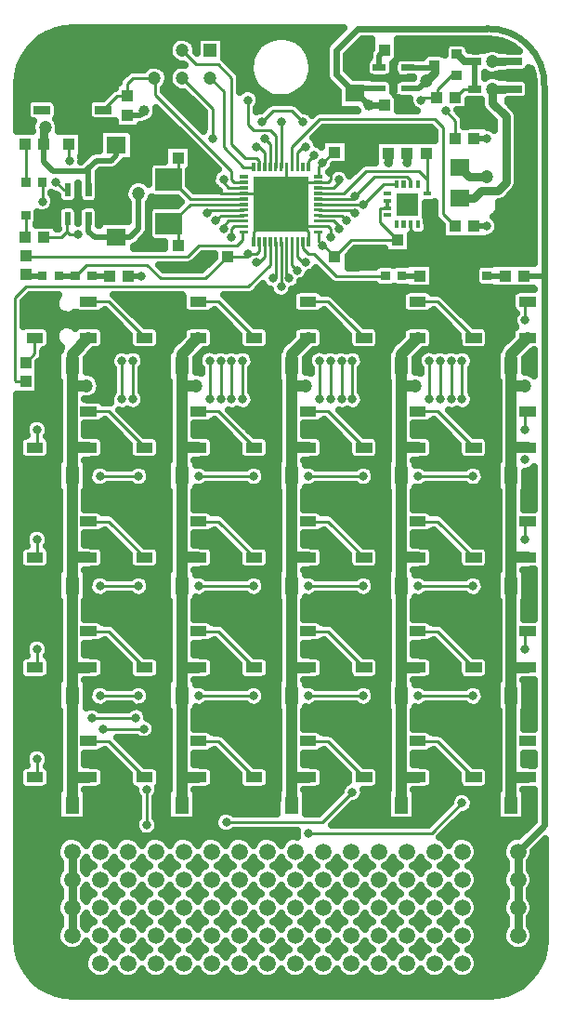
<source format=gbr>
G04 DipTrace 2.4.0.2*
%INTop.gbr*%
%MOIN*%
%ADD10C,0.0098*%
%ADD13C,0.0197*%
%ADD14C,0.0236*%
%ADD15C,0.0138*%
%ADD16C,0.0315*%
%ADD17C,0.0276*%
%ADD18C,0.0394*%
%ADD19C,0.031*%
%ADD20C,0.025*%
%ADD23R,0.0433X0.0394*%
%ADD24R,0.0709X0.063*%
%ADD25R,0.0394X0.0433*%
%ADD26R,0.0512X0.0591*%
%ADD31C,0.0472*%
%ADD32R,0.0472X0.0472*%
%ADD34C,0.0591*%
%ADD35C,0.0472*%
%FSLAX44Y44*%
G04*
G70*
G90*
G75*
G01*
%LNTop*%
%LPD*%
X13366Y32894D2*
D13*
X12677D1*
X12500Y32717D1*
D14*
X12559D1*
X12992Y32283D1*
X13543D1*
X9843Y31693D2*
D10*
Y30079D1*
X11181Y29331D2*
X11713D1*
X12008Y29626D1*
X11909D1*
X9055Y27402D2*
Y27067D1*
X8957Y26969D1*
X8661D1*
X8504Y29331D2*
X7972D1*
X7677Y29626D1*
X7776D1*
X11181Y27756D2*
Y27402D1*
X11319Y27264D1*
X11181Y29724D2*
Y30079D1*
X11319Y30217D1*
X11772Y30610D2*
X11713D1*
X11319Y30217D1*
Y27264D2*
X11378D1*
X11772Y26870D1*
X7913D2*
X8563D1*
X8661Y26969D1*
X13652Y28868D2*
D15*
Y28612D1*
D10*
X13386D1*
Y28110D1*
X14035Y27461D1*
X4331Y31949D2*
D13*
X4783D1*
X4921Y32087D1*
X14035Y27461D2*
D10*
X12362D1*
X11772Y26870D1*
X1870Y26181D2*
D13*
X2461D1*
D10*
X2854Y26575D1*
X5020D1*
X5512Y26083D1*
X7126D1*
X7913Y26870D1*
X12500Y32717D2*
D14*
X11811Y33406D1*
Y34252D1*
X12598Y35039D1*
X17224D1*
G02X19291Y32972I60J-2007D01*
G01*
Y26181D1*
Y6492D1*
X18343Y5543D1*
D16*
Y4543D1*
Y3543D1*
Y2543D1*
X2343D2*
Y3543D1*
Y4543D1*
Y5543D1*
X18543Y26181D2*
D13*
X19291D1*
X2933Y29252D2*
Y30035D1*
X3213Y30315D1*
X3740D1*
X3937Y30512D1*
Y30866D1*
X1319Y30906D2*
Y30276D1*
X1673Y29921D1*
X2819D1*
X2933Y30035D1*
X1319Y30906D2*
D16*
Y31437D1*
X1378Y31496D1*
X17421Y32874D2*
X17854D1*
D17*
X18248D1*
X9646Y30079D2*
D10*
Y31201D1*
X9449Y31398D1*
X8858D1*
X8661Y31594D1*
Y32480D1*
X16240Y28976D2*
D16*
X16772D1*
X17028Y29232D1*
X17618D1*
X17913Y29528D1*
Y31890D1*
X17421Y32382D1*
Y32874D1*
X11181Y28150D2*
D10*
X11713D1*
X12008Y27854D1*
X11909D1*
X15157Y21752D2*
Y23130D1*
X11181Y28346D2*
X12008D1*
X12205Y28150D1*
X15551Y21752D2*
Y23130D1*
X11181Y28543D2*
X12402D1*
X12500Y28445D1*
X15945Y21752D2*
Y23130D1*
X12795Y28740D2*
X11181D1*
X13986Y29459D2*
X13514D1*
X12795Y28740D1*
X14370Y30217D2*
D16*
Y30571D1*
X11181Y28937D2*
D10*
X12402D1*
X12500Y29035D1*
X14498Y29459D2*
Y29596D1*
X14370Y29724D1*
X13189D1*
X12500Y29035D1*
X13681Y30217D2*
D16*
Y30571D1*
X11181Y29134D2*
D10*
X12106D1*
X12894Y29921D1*
X14801D1*
X15098Y29624D1*
Y29124D1*
Y30531D1*
X15059Y30571D1*
X8504Y28150D2*
X7972D1*
X7677Y27854D1*
X7776D1*
X7283Y23130D2*
Y21752D1*
X4626Y10335D2*
X3051D1*
X8504Y27953D2*
X8169D1*
X8071Y27854D1*
Y27559D1*
X7677Y23130D2*
Y21752D1*
X4921Y9941D2*
X3445D1*
X8504Y28346D2*
X7677D1*
X7480Y28150D1*
X4528Y21752D2*
Y23130D1*
X5020Y7776D2*
Y6496D1*
X8504Y28543D2*
X7283D1*
X7185Y28445D1*
X4134Y21752D2*
Y23130D1*
X9252Y27402D2*
Y26870D1*
X9055Y26673D1*
X8957D1*
X8071Y21752D2*
Y23130D1*
X10433Y27402D2*
Y26870D1*
X10630Y26673D1*
X10728D1*
X12402Y21752D2*
Y23130D1*
Y7677D2*
X11319Y6594D1*
X7874D1*
X9646Y27402D2*
Y26181D1*
X9547Y26083D1*
X8465Y21752D2*
Y23130D1*
X10827Y30079D2*
Y30315D1*
X11024Y30512D1*
X16339Y21752D2*
Y23130D1*
Y7283D2*
X15256Y6201D1*
X10827D1*
X9843Y27402D2*
Y25787D1*
X11220Y21752D2*
Y23130D1*
X10039Y27402D2*
Y26181D1*
X10138Y26083D1*
X11614Y21752D2*
Y23130D1*
X10236Y27402D2*
Y26575D1*
X10433Y26378D1*
X12008Y21752D2*
Y23130D1*
X689Y22402D2*
X335D1*
X295Y22441D1*
Y25394D1*
X689Y25787D1*
X8661D1*
X9449Y26575D1*
Y27402D1*
X10630D2*
Y27165D1*
X10827Y26969D1*
X11024D1*
X11811Y26181D1*
X13583D1*
X10236Y30079D2*
Y30807D1*
X11220Y31791D1*
X15354D1*
X15650Y31496D1*
Y28406D1*
X16102Y27953D1*
X10433Y30079D2*
Y30610D1*
X10630Y30807D1*
X10728D1*
X16102Y31102D2*
Y31732D1*
X15748Y32087D1*
X9469Y7205D2*
D16*
Y9508D1*
Y11142D1*
Y13445D1*
Y15079D1*
Y17382D1*
Y19016D1*
Y21319D1*
Y22953D1*
Y24665D1*
X8878Y25256D1*
Y21319D2*
X9469D1*
X8878Y17382D2*
X9469D1*
X8878Y13445D2*
X9469D1*
X8878Y9508D2*
X9469D1*
X13406Y22953D2*
Y21319D1*
Y19016D1*
Y17382D1*
Y15079D1*
Y13445D1*
Y11142D1*
Y9508D1*
Y7205D1*
Y22953D2*
Y24665D1*
X12815Y25256D1*
Y21319D2*
X13406D1*
X12815Y17382D2*
X13406D1*
X12815Y13445D2*
X13406D1*
X12815Y9508D2*
X13406D1*
X17343Y22953D2*
Y21319D1*
Y19016D1*
Y17382D1*
Y15079D1*
Y13445D1*
Y11142D1*
Y9508D1*
Y7205D1*
Y22953D2*
Y24665D1*
X16752Y25256D1*
Y21319D2*
X17343D1*
X16752Y17382D2*
X17343D1*
X16752Y13445D2*
X17343D1*
X16752Y9508D2*
X17343D1*
X5531Y22953D2*
Y21319D1*
Y19016D1*
Y17382D1*
Y15079D1*
Y13445D1*
Y11142D1*
Y9508D1*
Y7205D1*
Y22953D2*
Y24665D1*
X5207Y24990D1*
X4941Y25256D1*
Y21319D2*
X5531D1*
X4941Y17382D2*
X5531D1*
X4941Y13445D2*
X5531D1*
X4941Y9508D2*
X5531D1*
X1594Y19016D2*
Y21319D1*
Y22953D1*
Y15079D2*
Y17382D1*
Y19016D1*
Y11142D2*
Y13445D1*
Y15079D1*
Y7205D2*
Y9508D1*
Y11142D1*
Y22953D2*
Y24665D1*
X1004Y25256D1*
Y21319D2*
X1594D1*
X1004Y17382D2*
X1594D1*
X1004Y13445D2*
X1594D1*
X1004Y9508D2*
X1594D1*
X3937Y28661D2*
Y29764D1*
X2559Y28228D2*
D13*
Y28543D1*
X2756Y28740D1*
X3858D1*
X3937Y28661D1*
X14213Y34252D2*
Y34193D1*
X13878Y33858D1*
Y33268D1*
X14390D1*
X14213Y32283D2*
Y32343D1*
X13878Y32677D1*
Y33268D1*
X14390D2*
X13051D1*
X12500Y33819D1*
X2894Y30906D2*
D10*
Y31240D1*
X3051Y31398D1*
X4331D1*
X4528Y31201D1*
Y30315D1*
X3976Y29764D1*
X3937D1*
X1280Y28346D2*
D13*
X1575D1*
X1969Y28740D1*
X3858D1*
X4724Y29921D2*
X4094D1*
X3937Y29764D1*
X11181Y29528D2*
D10*
X11516D1*
X11614Y29626D1*
Y29921D1*
X11181Y27953D2*
X11516D1*
X11614Y27854D1*
Y27559D1*
X8504Y29134D2*
X7677D1*
X7480Y29331D1*
X8504Y29134D2*
X9055D1*
X9252Y29331D1*
X10039Y30079D2*
Y29528D1*
X9843Y29331D1*
X11181Y29528D2*
X10630D1*
X10433Y29331D1*
X11181Y27953D2*
X10630D1*
X10433Y28150D1*
X10827Y27402D2*
Y27756D1*
X10433Y28150D1*
X8858Y27402D2*
Y27756D1*
X9252Y28150D1*
X15098Y28868D2*
D15*
Y28602D1*
Y28356D1*
X14498Y28022D2*
D10*
Y27667D1*
X14705Y27461D1*
X15098Y28356D2*
Y27854D1*
X14705Y27461D1*
X17343Y5543D2*
D16*
Y4543D1*
Y3543D1*
Y2543D1*
X5118Y24902D2*
X5207Y24990D1*
X1343Y5543D2*
Y4543D1*
Y3543D1*
Y2543D1*
X8858Y30079D2*
D10*
X8504D1*
X7776Y30807D1*
Y32783D1*
X7299Y33260D1*
X9055Y30079D2*
Y30315D1*
X8957Y30413D1*
X8563D1*
X8071Y30906D1*
Y33268D1*
X7579Y33760D1*
X6799D1*
X6299Y34260D1*
X1319Y27559D2*
X1969D1*
X2165Y27756D1*
Y28209D1*
X2185Y28228D1*
X2559Y27657D2*
X2264D1*
X2165Y27756D1*
X1280Y29528D2*
Y28839D1*
X689Y28346D2*
Y27598D1*
X650Y27559D1*
X689Y29528D2*
Y30866D1*
X650Y30906D1*
X2224D2*
Y30354D1*
X2264Y30315D1*
X2185Y29252D2*
X2047D1*
X1772Y29528D1*
X17224Y29724D2*
D16*
X16594D1*
X16240Y30079D1*
X1280Y26181D2*
D13*
X748D1*
X689Y26240D1*
X13366Y33642D2*
Y34075D1*
X13543Y34252D1*
X16148Y33370D2*
D10*
X15949D1*
X15453Y32874D1*
Y32618D1*
X15413Y32579D1*
X14862Y32480D2*
X14961Y32579D1*
X15413D1*
X10630Y31693D2*
X10236Y32087D1*
X9547D1*
X9154Y31693D1*
X16791Y32874D2*
D13*
Y33858D1*
Y32874D2*
D10*
X16378D1*
X16083Y32579D1*
X16791Y33858D2*
D17*
X16420D1*
X16148Y34130D1*
X6142Y27264D2*
D10*
Y27717D1*
X5807Y28051D1*
X8504Y28740D2*
X6594D1*
X5906Y28051D1*
X5807D1*
X6142Y30413D2*
Y29961D1*
X5807Y29626D1*
X8504Y28937D2*
X6594D1*
X5906Y29626D1*
X5807D1*
X3051Y26181D2*
D13*
X3701D1*
X14173D2*
X14823D1*
X17224Y27953D2*
X16772D1*
X17224Y31102D2*
X16772D1*
X1004Y23957D2*
D10*
Y23386D1*
X689Y23071D1*
X2933Y25256D2*
X3642D1*
X4941Y23957D1*
X6870Y25256D2*
X7579D1*
X8878Y23957D1*
X10807Y25256D2*
X11516D1*
X12815Y23957D1*
X14744Y25256D2*
X15453D1*
X16752Y23957D1*
X2933Y21319D2*
X3642D1*
X4941Y20020D1*
X6870Y21319D2*
X7579D1*
X8878Y20020D1*
X10807Y21319D2*
X11516D1*
X12815Y20020D1*
X14744Y21319D2*
X15453D1*
X16752Y20020D1*
X2933Y17382D2*
X3642D1*
X4941Y16083D1*
X6870Y17382D2*
X7579D1*
X8878Y16083D1*
X10807Y17382D2*
X11516D1*
X12815Y16083D1*
X14744Y17382D2*
X15453D1*
X16752Y16083D1*
X2933Y13445D2*
X3642D1*
X4941Y12146D1*
X6870Y13445D2*
X7579D1*
X8878Y12146D1*
X10807Y13445D2*
X11516D1*
X12815Y12146D1*
X14744Y13445D2*
X15453D1*
X16752Y12146D1*
X2933Y9508D2*
X3642D1*
X4941Y8209D1*
X6870Y9508D2*
X7579D1*
X8878Y8209D1*
X10807Y9508D2*
X11516D1*
X12815Y8209D1*
X14744Y9508D2*
X15453D1*
X16752Y8209D1*
X18681Y25256D2*
X18602Y25177D1*
Y24606D1*
X1004Y20020D2*
X1083Y20098D1*
Y20669D1*
X1004Y16083D2*
X1083Y16161D1*
Y16732D1*
X18681Y21319D2*
X18602Y21240D1*
Y20669D1*
X16732Y18996D2*
X14764D1*
X12795D2*
X10827D1*
X8858D2*
X6890D1*
X4724D2*
X3346D1*
X18681Y17382D2*
X18602Y17303D1*
Y16732D1*
X1004Y12146D2*
X1083Y12224D1*
Y12795D1*
X16732Y15059D2*
X14764D1*
X12795D2*
X10827D1*
X8858D2*
X6890D1*
X4724D2*
X3346D1*
X18681Y13445D2*
X18602Y13366D1*
Y12795D1*
X1004Y8209D2*
X1083Y8287D1*
Y8858D1*
X16732Y11122D2*
X14764D1*
X12795D2*
X10827D1*
X8858D2*
X6890D1*
X4724D2*
X3346D1*
X17874Y26181D2*
D13*
X17224D1*
X4331Y32618D2*
D10*
Y33071D1*
X4528Y33268D1*
X5291D1*
X5299Y33260D1*
X4331Y32618D2*
X3956D1*
X3462Y32124D1*
X8504Y29528D2*
X8169D1*
X8071Y29626D1*
Y29921D1*
X5315Y32677D1*
Y33244D1*
X5299Y33260D1*
X9449Y30079D2*
Y30906D1*
X9252Y31102D1*
X4370Y26181D2*
D13*
X4823D1*
X9252Y30079D2*
D10*
Y30610D1*
X9055Y30807D1*
X8957D1*
X7382Y31102D2*
Y32177D1*
X6299Y33260D1*
X689Y26909D2*
Y26870D1*
X6496D1*
X6890Y27264D1*
X8268D1*
X8465Y27461D1*
Y27717D1*
X8504Y27756D1*
X2933Y28228D2*
D13*
Y27776D1*
X3150Y27559D1*
X3937D1*
X4724Y29134D2*
Y27854D1*
X4429Y27559D1*
X3937D1*
X18248Y33858D2*
D17*
X17854D1*
D16*
X17421D1*
X2343Y22953D2*
D18*
Y22244D1*
Y20020D1*
Y19016D1*
Y16083D1*
Y15079D1*
Y12146D1*
Y11142D1*
Y8209D1*
Y7205D1*
X6280D2*
Y8209D1*
Y11142D1*
Y12146D1*
Y15079D1*
Y16083D1*
Y19016D1*
Y20020D1*
Y22244D1*
Y22953D1*
X10217D2*
Y22244D1*
Y20020D1*
Y19016D1*
Y16083D1*
Y15079D1*
Y12146D1*
Y11142D1*
Y8209D1*
Y7205D1*
X14154D2*
Y8209D1*
Y11142D1*
Y12146D1*
Y15079D1*
Y16083D1*
Y19016D1*
Y20020D1*
Y22244D1*
Y22953D1*
X18091D2*
Y22244D1*
Y20020D1*
Y19016D1*
Y16083D1*
Y15079D1*
Y12146D1*
Y11142D1*
Y8209D1*
Y7205D1*
X2343Y22953D2*
Y23366D1*
X2933Y23957D1*
X6280Y22953D2*
Y23366D1*
X6870Y23957D1*
X10217Y22953D2*
Y23366D1*
X10807Y23957D1*
X14154Y22953D2*
Y23366D1*
X14744Y23957D1*
X18091Y22953D2*
Y23366D1*
X18681Y23957D1*
X2933Y20020D2*
X2343D1*
X6870D2*
X6280D1*
X10807D2*
X10217D1*
X14744D2*
X14154D1*
X18681D2*
X18091D1*
X2933Y16083D2*
X2343D1*
X6870D2*
X6280D1*
X10807D2*
X10217D1*
X14744D2*
X14154D1*
X18681D2*
X18091D1*
X2933Y12146D2*
X2343D1*
X6870D2*
X6280D1*
X10807D2*
X10217D1*
X14744D2*
X14154D1*
X18681D2*
X18091D1*
X2933Y8209D2*
X2343D1*
X6870D2*
X6280D1*
X10807D2*
X10217D1*
X14744D2*
X14154D1*
X18681D2*
X18091D1*
X2854Y22244D2*
X2343D1*
X6791D2*
X6280D1*
X10728D2*
X10217D1*
X14665D2*
X14154D1*
X18602D2*
X18091D1*
X14390Y33642D2*
D13*
X15240D1*
X15348Y33750D1*
X14390Y32894D2*
X14783D1*
X15059Y33169D1*
X15348Y33750D2*
D19*
Y33458D1*
D16*
X15059Y33169D1*
D35*
X17421Y33858D3*
X17224Y29724D3*
X1378Y31496D3*
D16*
X1772Y29528D3*
D35*
X17421Y32874D3*
X15059Y33169D3*
X18602Y22244D3*
X14665D3*
X10728D3*
D16*
X2264Y30315D3*
X1280Y28839D3*
X2559Y27657D3*
D35*
X4724Y29134D3*
X6791Y22244D3*
X4724Y29921D3*
X2854Y22244D3*
D18*
X12992Y32283D3*
D16*
X4823Y26181D3*
D18*
X4921Y32087D3*
D16*
X9843Y31693D3*
X12402Y23130D3*
X12795Y28740D3*
X14370Y30217D3*
X14862Y32480D3*
X8563Y34449D3*
X9252Y31102D3*
X10630Y31693D3*
X8957Y30807D3*
X10728D3*
X9154Y31693D3*
X11024Y30512D3*
X12500Y29035D3*
Y28445D3*
X7382Y31102D3*
X12205Y28150D3*
X11909Y29626D3*
Y27854D3*
X11614Y29921D3*
Y27559D3*
X12008Y23130D3*
X11614D3*
X11220D3*
X9843Y25787D3*
X8957Y26673D3*
X9547Y26083D3*
X8661Y26969D3*
X10138Y26083D3*
X13681Y30217D3*
X7185Y28445D3*
X7480Y29331D3*
Y28150D3*
X7776Y29626D3*
Y27854D3*
X12992Y30610D3*
X8071Y27559D3*
X14665Y26969D3*
X6102Y28839D3*
X9252Y29331D3*
X10433D3*
X9252Y28150D3*
X10433D3*
X9843Y29331D3*
X10433Y28740D3*
X9843Y28150D3*
X9252Y28740D3*
X11319Y30217D3*
Y27264D3*
X8661Y32480D3*
X17224Y27953D3*
Y31102D3*
X15748Y32087D3*
X12402Y21752D3*
X10433Y26378D3*
X10728Y26673D3*
X12008Y21752D3*
X8465Y23130D3*
X8071D3*
X7677D3*
X7283D3*
X4528D3*
X4134D3*
X16339D3*
X15945D3*
X15551D3*
X11614Y21752D3*
X11220D3*
X8465D3*
X8071D3*
X7677D3*
X7283D3*
X4528D3*
X4134D3*
X16339D3*
X15945D3*
X15551D3*
X15157D3*
Y23130D3*
X11122Y34449D3*
X12894D3*
X14961D3*
X6004Y26476D3*
X2657Y31496D3*
X15846Y26969D3*
X18504D3*
Y30413D3*
Y28642D3*
X1772Y20472D3*
X5315Y31299D3*
X3346Y28543D3*
X2264Y24606D3*
X5512Y25394D3*
X13976Y24606D3*
X17913D3*
X17520Y20866D3*
Y16732D3*
Y12795D3*
Y20472D3*
X1772Y16339D3*
X17520Y8858D3*
X1772Y20866D3*
Y16732D3*
X17520Y16339D3*
X1772Y12402D3*
Y12795D3*
Y8858D3*
X1870Y24606D3*
X17520Y12402D3*
X1772Y8465D3*
X5118Y24902D3*
X13583Y24606D3*
X17520D3*
Y8465D3*
X6201Y32579D3*
X5020Y7776D3*
X4626Y10335D3*
X3051D3*
X4921Y9941D3*
X3445D3*
X5020Y6496D3*
X12402Y7677D3*
X7874Y6594D3*
X16339Y7283D3*
X10827Y6201D3*
X18602Y24606D3*
X1083Y20669D3*
X18602D3*
X1083Y16732D3*
X14764Y18996D3*
X16732D3*
X10827D3*
X12795D3*
X8858D3*
X6890D3*
X4724D3*
X3346D3*
X18602Y19587D3*
X16732Y15059D3*
X14764D3*
X12795D3*
X10827D3*
X8858D3*
X6890D3*
X4724D3*
X3346D3*
X16732Y11122D3*
X14764D3*
X12795D3*
X10827D3*
X8858D3*
X6890D3*
X4724D3*
X3346D3*
X18602Y16732D3*
Y12795D3*
X1083D3*
Y8858D3*
X5709Y20669D3*
X9646D3*
X13583D3*
X5709Y16732D3*
X9646D3*
X13583D3*
X5709Y12795D3*
X9646D3*
X13583D3*
X5709Y8858D3*
X9646D3*
X13583D3*
X9843Y24606D3*
X5906Y23819D3*
X4035Y25394D3*
X16535Y31890D3*
X11516Y32776D3*
X787Y32874D3*
X17717Y34449D3*
X1431Y34819D2*
D20*
X11830D1*
X1080Y34571D2*
X5897D1*
X6701D2*
X6784D1*
X7814D2*
X9178D1*
X10505D2*
X11580D1*
X12681D2*
X13049D1*
X14037D2*
X17815D1*
X837Y34322D2*
X5787D1*
X7814D2*
X8924D1*
X10759D2*
X11420D1*
X12431D2*
X13049D1*
X14037D2*
X15698D1*
X16599D2*
X17241D1*
X17603D2*
X18264D1*
X669Y34073D2*
X5823D1*
X7814D2*
X8787D1*
X10900D2*
X11416D1*
X12209D2*
X12991D1*
X14037D2*
X14959D1*
X544Y33824D2*
X6053D1*
X7966D2*
X8721D1*
X10966D2*
X11416D1*
X12209D2*
X12862D1*
X462Y33576D2*
X4901D1*
X5697D2*
X5901D1*
X8216D2*
X8709D1*
X10974D2*
X11416D1*
X12209D2*
X12854D1*
X18716D2*
X18799D1*
X412Y33327D2*
X4135D1*
X8392D2*
X8760D1*
X10927D2*
X11424D1*
X12439D2*
X12959D1*
X13775D2*
X13983D1*
X17630D2*
X18869D1*
X392Y33078D2*
X3858D1*
X8400D2*
X8873D1*
X10814D2*
X11588D1*
X18751D2*
X18893D1*
X392Y32830D2*
X3717D1*
X5642D2*
X6041D1*
X8900D2*
X9079D1*
X10603D2*
X11838D1*
X18763D2*
X18897D1*
X392Y32581D2*
X3467D1*
X5865D2*
X6526D1*
X9084D2*
X9561D1*
X10123D2*
X11869D1*
X18709D2*
X18897D1*
X392Y32332D2*
X690D1*
X1834D2*
X2893D1*
X6111D2*
X6776D1*
X9068D2*
X9346D1*
X10439D2*
X11869D1*
X14037D2*
X14455D1*
X16576D2*
X16991D1*
X18076D2*
X18897D1*
X392Y32084D2*
X686D1*
X1841D2*
X2885D1*
X6361D2*
X7022D1*
X10779D2*
X11119D1*
X16205D2*
X17116D1*
X18298D2*
X18897D1*
X392Y31835D2*
X725D1*
X1798D2*
X2924D1*
X5318D2*
X5705D1*
X6611D2*
X7053D1*
X16412D2*
X17362D1*
X18349D2*
X18897D1*
X392Y31586D2*
X873D1*
X1884D2*
X3858D1*
X4806D2*
X5955D1*
X6857D2*
X7053D1*
X16431D2*
X17479D1*
X18349D2*
X18897D1*
X2720Y31338D2*
X3303D1*
X4568D2*
X6201D1*
X11220D2*
X15323D1*
X18349D2*
X18897D1*
X2720Y31089D2*
X3303D1*
X4568D2*
X6451D1*
X11052D2*
X15323D1*
X18349D2*
X18897D1*
X2720Y30840D2*
X3303D1*
X4568D2*
X5647D1*
X12267D2*
X13205D1*
X18349D2*
X18897D1*
X2720Y30592D2*
X2971D1*
X4568D2*
X5647D1*
X6634D2*
X6948D1*
X12267D2*
X13205D1*
X18349D2*
X18897D1*
X4568Y30343D2*
X5647D1*
X6634D2*
X7198D1*
X12267D2*
X13205D1*
X18349D2*
X18897D1*
X4041Y30094D2*
X5069D1*
X6634D2*
X7444D1*
X11736D2*
X12616D1*
X18349D2*
X18897D1*
X3310Y29845D2*
X5057D1*
X6556D2*
X7405D1*
X12283D2*
X12367D1*
X18349D2*
X18897D1*
X3310Y29597D2*
X4541D1*
X4908D2*
X5057D1*
X6556D2*
X7342D1*
X18349D2*
X18897D1*
X3318Y29348D2*
X4260D1*
X6634D2*
X7448D1*
X18306D2*
X18897D1*
X1623Y29099D2*
X1748D1*
X3318D2*
X4213D1*
X18091D2*
X18897D1*
X1716Y28851D2*
X1862D1*
X2509D2*
X2608D1*
X3259D2*
X4299D1*
X5150D2*
X6229D1*
X17794D2*
X18897D1*
X1638Y28602D2*
X1838D1*
X3279D2*
X4350D1*
X15041D2*
X15323D1*
X17685D2*
X18897D1*
X1123Y28353D2*
X1799D1*
X3318D2*
X4350D1*
X15041D2*
X15326D1*
X17564D2*
X18897D1*
X1111Y28105D2*
X1799D1*
X15099D2*
X15498D1*
X17630D2*
X18897D1*
X15099Y27856D2*
X15608D1*
X17650D2*
X18897D1*
X14529Y27607D2*
X15608D1*
X17470D2*
X18897D1*
X4751Y27359D2*
X5647D1*
X14529D2*
X18897D1*
X12462Y27110D2*
X13541D1*
X14529D2*
X18897D1*
X6939Y26861D2*
X7420D1*
X12267D2*
X18897D1*
X6677Y26613D2*
X7205D1*
X12267D2*
X14326D1*
X15318D2*
X17381D1*
X11025Y26364D2*
X11174D1*
X15318D2*
X16791D1*
X10775Y26115D2*
X11424D1*
X15318D2*
X16787D1*
X10513Y25866D2*
X13201D1*
X15318D2*
X16842D1*
X8943Y25618D2*
X9444D1*
X11298D2*
X14252D1*
X15236D2*
X18190D1*
X724Y25369D2*
X1756D1*
X3982D2*
X6295D1*
X7919D2*
X10233D1*
X11853D2*
X14170D1*
X15791D2*
X18108D1*
X623Y25120D2*
X1729D1*
X4228D2*
X6295D1*
X8166D2*
X10233D1*
X12103D2*
X14170D1*
X16041D2*
X18108D1*
X623Y24872D2*
X1873D1*
X3400D2*
X3571D1*
X4478D2*
X6405D1*
X7337D2*
X7510D1*
X8416D2*
X10342D1*
X11271D2*
X11446D1*
X12353D2*
X14280D1*
X15209D2*
X15385D1*
X16291D2*
X18217D1*
X623Y24623D2*
X3823D1*
X4728D2*
X7760D1*
X8666D2*
X11698D1*
X12599D2*
X15635D1*
X16537D2*
X18166D1*
X1404Y24374D2*
X1920D1*
X2408D2*
X2536D1*
X3334D2*
X4073D1*
X5341D2*
X6471D1*
X7267D2*
X8006D1*
X9275D2*
X10409D1*
X11205D2*
X11944D1*
X13212D2*
X14346D1*
X15142D2*
X15881D1*
X17150D2*
X18241D1*
X1576Y24126D2*
X1733D1*
X3505D2*
X4319D1*
X5513D2*
X6295D1*
X7443D2*
X8256D1*
X9451D2*
X10233D1*
X11380D2*
X12194D1*
X13388D2*
X14170D1*
X15318D2*
X16131D1*
X17326D2*
X18108D1*
X1576Y23877D2*
X1744D1*
X3505D2*
X4369D1*
X5513D2*
X6127D1*
X7443D2*
X8303D1*
X9451D2*
X10065D1*
X11380D2*
X12241D1*
X13388D2*
X14002D1*
X15318D2*
X16178D1*
X17326D2*
X17940D1*
X1529Y23628D2*
X1951D1*
X3455D2*
X4416D1*
X5462D2*
X5889D1*
X7392D2*
X8354D1*
X9400D2*
X9826D1*
X11330D2*
X12291D1*
X13337D2*
X13764D1*
X15267D2*
X16229D1*
X17275D2*
X17701D1*
X1330Y23380D2*
X1807D1*
X3017D2*
X3784D1*
X4876D2*
X5744D1*
X8814D2*
X9682D1*
X12751D2*
X13619D1*
X16689D2*
X17557D1*
X18763D2*
X18897D1*
X1201Y23131D2*
X1807D1*
X2876D2*
X3698D1*
X4962D2*
X5744D1*
X8900D2*
X9682D1*
X12837D2*
X13619D1*
X16775D2*
X17557D1*
X18623D2*
X18897D1*
X1166Y22882D2*
X1807D1*
X2876D2*
X3784D1*
X4880D2*
X5744D1*
X6814D2*
X6931D1*
X8818D2*
X9682D1*
X10751D2*
X10869D1*
X12755D2*
X13619D1*
X14689D2*
X14806D1*
X16689D2*
X17557D1*
X18623D2*
X18897D1*
X1166Y22634D2*
X1807D1*
X3177D2*
X3807D1*
X4853D2*
X5744D1*
X8791D2*
X9682D1*
X12728D2*
X13619D1*
X16666D2*
X17557D1*
X1166Y22385D2*
X1869D1*
X3349D2*
X3807D1*
X4853D2*
X5803D1*
X8791D2*
X9741D1*
X12728D2*
X13678D1*
X16666D2*
X17616D1*
X1166Y22136D2*
X1869D1*
X3357D2*
X3807D1*
X4853D2*
X5803D1*
X8791D2*
X9741D1*
X12728D2*
X13678D1*
X16666D2*
X17616D1*
X392Y21887D2*
X1869D1*
X3212D2*
X3721D1*
X4939D2*
X5803D1*
X8876D2*
X9741D1*
X12814D2*
X13678D1*
X16751D2*
X17616D1*
X392Y21639D2*
X1869D1*
X3462D2*
X3713D1*
X4947D2*
X5803D1*
X8884D2*
X9741D1*
X12822D2*
X13678D1*
X16759D2*
X17616D1*
X392Y21390D2*
X1869D1*
X4748D2*
X5803D1*
X8685D2*
X9741D1*
X12619D2*
X13678D1*
X16556D2*
X17616D1*
X392Y21141D2*
X1869D1*
X4271D2*
X5803D1*
X8209D2*
X9741D1*
X12146D2*
X13678D1*
X16084D2*
X17616D1*
X392Y20893D2*
X713D1*
X1451D2*
X1869D1*
X3298D2*
X3616D1*
X4521D2*
X5803D1*
X7236D2*
X7553D1*
X8459D2*
X9741D1*
X11173D2*
X11491D1*
X12396D2*
X13678D1*
X15111D2*
X15428D1*
X16330D2*
X17616D1*
X392Y20644D2*
X647D1*
X1517D2*
X1869D1*
X2818D2*
X3866D1*
X4767D2*
X5803D1*
X6755D2*
X7803D1*
X8705D2*
X9741D1*
X10693D2*
X11737D1*
X12642D2*
X13678D1*
X14626D2*
X15674D1*
X16580D2*
X17616D1*
X392Y20395D2*
X524D1*
X1482D2*
X1869D1*
X3412D2*
X4112D1*
X5419D2*
X5803D1*
X7349D2*
X8049D1*
X9357D2*
X9741D1*
X11283D2*
X11987D1*
X13291D2*
X13678D1*
X15220D2*
X15924D1*
X17228D2*
X17616D1*
X1576Y20147D2*
X1869D1*
X3505D2*
X4362D1*
X5513D2*
X5803D1*
X7443D2*
X8299D1*
X9451D2*
X9741D1*
X11380D2*
X12237D1*
X13388D2*
X13678D1*
X15318D2*
X16174D1*
X17326D2*
X17616D1*
X1576Y19898D2*
X1869D1*
X3505D2*
X4369D1*
X5513D2*
X5803D1*
X7443D2*
X8303D1*
X9451D2*
X9741D1*
X11380D2*
X12241D1*
X13388D2*
X13678D1*
X15318D2*
X16178D1*
X17326D2*
X17616D1*
X392Y19649D2*
X524D1*
X1486D2*
X1869D1*
X3416D2*
X4459D1*
X5423D2*
X5803D1*
X7353D2*
X8393D1*
X9361D2*
X9741D1*
X11291D2*
X12330D1*
X13298D2*
X13678D1*
X15228D2*
X16268D1*
X17236D2*
X17616D1*
X392Y19401D2*
X1807D1*
X2876D2*
X3252D1*
X3439D2*
X4631D1*
X4822D2*
X5744D1*
X6986D2*
X8764D1*
X8955D2*
X9682D1*
X10925D2*
X12701D1*
X12888D2*
X13619D1*
X14857D2*
X16639D1*
X16824D2*
X17557D1*
X392Y19152D2*
X1807D1*
X5130D2*
X5744D1*
X9263D2*
X9682D1*
X13201D2*
X13619D1*
X17138D2*
X17557D1*
X18623D2*
X18897D1*
X392Y18903D2*
X1807D1*
X5150D2*
X5744D1*
X9283D2*
X9682D1*
X13220D2*
X13619D1*
X17158D2*
X17557D1*
X18623D2*
X18897D1*
X392Y18655D2*
X1807D1*
X2876D2*
X3092D1*
X3599D2*
X4471D1*
X4978D2*
X5744D1*
X7142D2*
X8604D1*
X9111D2*
X9682D1*
X11080D2*
X12541D1*
X13048D2*
X13619D1*
X15017D2*
X16479D1*
X16986D2*
X17557D1*
X18623D2*
X18897D1*
X392Y18406D2*
X1869D1*
X2818D2*
X5803D1*
X6755D2*
X9741D1*
X10693D2*
X13678D1*
X14626D2*
X17616D1*
X18564D2*
X18897D1*
X392Y18157D2*
X1869D1*
X2818D2*
X5803D1*
X6755D2*
X9741D1*
X10693D2*
X13678D1*
X14626D2*
X17616D1*
X18564D2*
X18897D1*
X392Y17908D2*
X1869D1*
X2818D2*
X5803D1*
X6755D2*
X9741D1*
X10693D2*
X13678D1*
X14626D2*
X17616D1*
X18564D2*
X18897D1*
X392Y17660D2*
X1869D1*
X3787D2*
X5803D1*
X7724D2*
X9741D1*
X11658D2*
X13678D1*
X15595D2*
X17616D1*
X392Y17411D2*
X1869D1*
X4064D2*
X5803D1*
X8001D2*
X9741D1*
X11939D2*
X13678D1*
X15876D2*
X17616D1*
X392Y17162D2*
X1869D1*
X4314D2*
X5803D1*
X8251D2*
X9741D1*
X12189D2*
X13678D1*
X16126D2*
X17616D1*
X392Y16914D2*
X690D1*
X1474D2*
X1869D1*
X2818D2*
X3659D1*
X4564D2*
X5803D1*
X6755D2*
X7596D1*
X8498D2*
X9741D1*
X10693D2*
X11530D1*
X12435D2*
X13678D1*
X14626D2*
X15467D1*
X16373D2*
X17616D1*
X392Y16665D2*
X655D1*
X1513D2*
X1869D1*
X2818D2*
X3905D1*
X4810D2*
X5803D1*
X6755D2*
X7842D1*
X8748D2*
X9741D1*
X10693D2*
X11780D1*
X12685D2*
X13678D1*
X14626D2*
X15717D1*
X16623D2*
X17616D1*
X392Y16416D2*
X486D1*
X1525D2*
X1869D1*
X3451D2*
X4155D1*
X5459D2*
X5803D1*
X7388D2*
X8092D1*
X9396D2*
X9741D1*
X11326D2*
X12030D1*
X13334D2*
X13678D1*
X15263D2*
X15967D1*
X17271D2*
X17616D1*
X1576Y16168D2*
X1869D1*
X3505D2*
X4369D1*
X5513D2*
X5803D1*
X7443D2*
X8303D1*
X9451D2*
X9741D1*
X11380D2*
X12241D1*
X13388D2*
X13678D1*
X15318D2*
X16178D1*
X17326D2*
X17616D1*
X1576Y15919D2*
X1869D1*
X3505D2*
X4369D1*
X5513D2*
X5803D1*
X7443D2*
X8303D1*
X9451D2*
X9741D1*
X11380D2*
X12241D1*
X13388D2*
X13678D1*
X15318D2*
X16178D1*
X17326D2*
X17616D1*
X392Y15670D2*
X592D1*
X1416D2*
X1869D1*
X3345D2*
X4526D1*
X5353D2*
X5803D1*
X7283D2*
X8463D1*
X9291D2*
X9741D1*
X11220D2*
X12401D1*
X13228D2*
X13678D1*
X15158D2*
X16338D1*
X17166D2*
X17616D1*
X392Y15422D2*
X1807D1*
X2876D2*
X3127D1*
X3564D2*
X4506D1*
X4943D2*
X5744D1*
X7107D2*
X8639D1*
X9076D2*
X9682D1*
X11044D2*
X12576D1*
X13013D2*
X13619D1*
X14982D2*
X16514D1*
X16951D2*
X17557D1*
X18623D2*
X18897D1*
X392Y15173D2*
X1807D1*
X5142D2*
X5744D1*
X9279D2*
X9682D1*
X13216D2*
X13619D1*
X17150D2*
X17557D1*
X18623D2*
X18897D1*
X392Y14924D2*
X1807D1*
X5138D2*
X5744D1*
X9271D2*
X9682D1*
X13209D2*
X13619D1*
X17146D2*
X17557D1*
X18623D2*
X18897D1*
X392Y14676D2*
X1807D1*
X2876D2*
X3174D1*
X3517D2*
X4553D1*
X4896D2*
X5744D1*
X7060D2*
X8686D1*
X9029D2*
X9682D1*
X10998D2*
X12623D1*
X12966D2*
X13619D1*
X14935D2*
X16561D1*
X16904D2*
X17557D1*
X18623D2*
X18897D1*
X392Y14427D2*
X1869D1*
X2818D2*
X5803D1*
X6755D2*
X9741D1*
X10693D2*
X13678D1*
X14626D2*
X17616D1*
X18564D2*
X18897D1*
X392Y14178D2*
X1869D1*
X2818D2*
X5803D1*
X6755D2*
X9741D1*
X10693D2*
X13678D1*
X14626D2*
X17616D1*
X18564D2*
X18897D1*
X392Y13929D2*
X1869D1*
X2818D2*
X5803D1*
X6755D2*
X9741D1*
X10693D2*
X13678D1*
X14626D2*
X17616D1*
X18564D2*
X18897D1*
X392Y13681D2*
X1869D1*
X3857D2*
X5803D1*
X7794D2*
X9741D1*
X11728D2*
X13678D1*
X15666D2*
X17616D1*
X392Y13432D2*
X1869D1*
X4107D2*
X5803D1*
X8044D2*
X9741D1*
X11982D2*
X13678D1*
X15919D2*
X17616D1*
X392Y13183D2*
X924D1*
X1240D2*
X1869D1*
X4357D2*
X5803D1*
X8294D2*
X9741D1*
X12228D2*
X13678D1*
X16166D2*
X17616D1*
X392Y12935D2*
X670D1*
X1494D2*
X1869D1*
X2818D2*
X3701D1*
X4603D2*
X5803D1*
X6755D2*
X7635D1*
X8541D2*
X9741D1*
X10693D2*
X11573D1*
X12478D2*
X13678D1*
X14626D2*
X15510D1*
X16416D2*
X17616D1*
X392Y12686D2*
X662D1*
X1501D2*
X1869D1*
X2818D2*
X3948D1*
X4853D2*
X5803D1*
X6755D2*
X7885D1*
X8791D2*
X9741D1*
X10693D2*
X11823D1*
X12728D2*
X13678D1*
X14626D2*
X15760D1*
X16666D2*
X17616D1*
X1548Y12437D2*
X1869D1*
X3478D2*
X4198D1*
X5486D2*
X5803D1*
X7416D2*
X8135D1*
X9423D2*
X9741D1*
X11353D2*
X12073D1*
X13361D2*
X13678D1*
X15291D2*
X16006D1*
X17298D2*
X17616D1*
X1576Y12189D2*
X1869D1*
X3505D2*
X4369D1*
X5513D2*
X5803D1*
X7443D2*
X8303D1*
X9451D2*
X9741D1*
X11380D2*
X12241D1*
X13388D2*
X13678D1*
X15318D2*
X16178D1*
X17326D2*
X17616D1*
X1576Y11940D2*
X1869D1*
X3505D2*
X4369D1*
X5513D2*
X5803D1*
X7443D2*
X8307D1*
X9451D2*
X9741D1*
X11380D2*
X12244D1*
X13388D2*
X13678D1*
X15314D2*
X16182D1*
X17322D2*
X17616D1*
X392Y11691D2*
X1869D1*
X2818D2*
X5803D1*
X6755D2*
X9741D1*
X10693D2*
X13678D1*
X14626D2*
X17616D1*
X18564D2*
X18897D1*
X392Y11443D2*
X1807D1*
X2876D2*
X3065D1*
X3626D2*
X4444D1*
X5005D2*
X5744D1*
X7169D2*
X8576D1*
X9138D2*
X9682D1*
X11107D2*
X12514D1*
X13076D2*
X13619D1*
X15044D2*
X16451D1*
X17013D2*
X17557D1*
X18623D2*
X18897D1*
X392Y11194D2*
X1807D1*
X5154D2*
X5744D1*
X9287D2*
X9682D1*
X13224D2*
X13619D1*
X17162D2*
X17557D1*
X18623D2*
X18897D1*
X392Y10945D2*
X1807D1*
X5119D2*
X5744D1*
X9255D2*
X9682D1*
X13189D2*
X13619D1*
X17126D2*
X17557D1*
X18623D2*
X18897D1*
X392Y10697D2*
X1807D1*
X3271D2*
X4409D1*
X4845D2*
X5744D1*
X6814D2*
X9682D1*
X10751D2*
X13619D1*
X14689D2*
X17557D1*
X18623D2*
X18897D1*
X392Y10448D2*
X1869D1*
X5044D2*
X5803D1*
X6755D2*
X9741D1*
X10693D2*
X13678D1*
X14626D2*
X17616D1*
X18564D2*
X18897D1*
X392Y10199D2*
X1869D1*
X5267D2*
X5803D1*
X6755D2*
X9741D1*
X10693D2*
X13678D1*
X14626D2*
X17616D1*
X18564D2*
X18897D1*
X392Y9950D2*
X1869D1*
X5357D2*
X5803D1*
X6755D2*
X9741D1*
X10693D2*
X13678D1*
X14626D2*
X17616D1*
X18564D2*
X18897D1*
X392Y9702D2*
X1869D1*
X5279D2*
X5803D1*
X7837D2*
X9741D1*
X11775D2*
X13678D1*
X15712D2*
X17616D1*
X392Y9453D2*
X1869D1*
X4150D2*
X5803D1*
X8087D2*
X9741D1*
X12021D2*
X13678D1*
X15959D2*
X17616D1*
X392Y9204D2*
X838D1*
X1330D2*
X1869D1*
X4396D2*
X5803D1*
X8334D2*
X9741D1*
X12271D2*
X13678D1*
X16209D2*
X17616D1*
X392Y8956D2*
X659D1*
X1505D2*
X1869D1*
X2818D2*
X3741D1*
X4646D2*
X5803D1*
X6755D2*
X7678D1*
X8584D2*
X9741D1*
X10693D2*
X11616D1*
X12521D2*
X13678D1*
X14626D2*
X15553D1*
X16459D2*
X17616D1*
X18564D2*
X18897D1*
X392Y8707D2*
X678D1*
X1490D2*
X1869D1*
X2818D2*
X3991D1*
X4896D2*
X5803D1*
X6755D2*
X7928D1*
X8834D2*
X9741D1*
X10693D2*
X11866D1*
X12767D2*
X13678D1*
X14626D2*
X15803D1*
X16705D2*
X17616D1*
X18564D2*
X18897D1*
X1568Y8458D2*
X1869D1*
X3498D2*
X4241D1*
X5505D2*
X5803D1*
X7431D2*
X8174D1*
X9439D2*
X9741D1*
X11369D2*
X12112D1*
X13376D2*
X13678D1*
X15306D2*
X16049D1*
X17314D2*
X17616D1*
X1576Y8210D2*
X1869D1*
X3505D2*
X4369D1*
X5513D2*
X5803D1*
X7443D2*
X8303D1*
X9451D2*
X9741D1*
X11380D2*
X12241D1*
X13388D2*
X13678D1*
X15318D2*
X16178D1*
X17326D2*
X17616D1*
X1568Y7961D2*
X1869D1*
X3498D2*
X4377D1*
X5505D2*
X5803D1*
X7435D2*
X8315D1*
X9443D2*
X9741D1*
X11369D2*
X12080D1*
X13376D2*
X13678D1*
X15306D2*
X16190D1*
X17314D2*
X17616D1*
X392Y7712D2*
X1807D1*
X2876D2*
X4588D1*
X5451D2*
X5744D1*
X6814D2*
X9682D1*
X10751D2*
X11967D1*
X12837D2*
X13619D1*
X14689D2*
X17557D1*
X18623D2*
X18897D1*
X392Y7464D2*
X1807D1*
X2876D2*
X4694D1*
X5345D2*
X5744D1*
X6814D2*
X9682D1*
X10751D2*
X11737D1*
X12779D2*
X13619D1*
X14689D2*
X15944D1*
X16732D2*
X17557D1*
X18623D2*
X18897D1*
X392Y7215D2*
X1807D1*
X2876D2*
X4694D1*
X5345D2*
X5744D1*
X6814D2*
X9682D1*
X10751D2*
X11487D1*
X12392D2*
X13619D1*
X14689D2*
X15819D1*
X16767D2*
X17557D1*
X18623D2*
X18897D1*
X392Y6966D2*
X1807D1*
X2876D2*
X4694D1*
X5345D2*
X5744D1*
X6814D2*
X7674D1*
X8072D2*
X9682D1*
X10751D2*
X11237D1*
X12142D2*
X13619D1*
X14689D2*
X15569D1*
X16623D2*
X17557D1*
X18623D2*
X18897D1*
X392Y6718D2*
X1807D1*
X2876D2*
X4651D1*
X5392D2*
X5744D1*
X6814D2*
X7459D1*
X11896D2*
X13619D1*
X14689D2*
X15319D1*
X16224D2*
X17557D1*
X18623D2*
X18897D1*
X392Y6469D2*
X4584D1*
X5455D2*
X7459D1*
X15978D2*
X18717D1*
X392Y6220D2*
X4690D1*
X5349D2*
X7682D1*
X8068D2*
X10393D1*
X15728D2*
X18471D1*
X392Y5971D2*
X1975D1*
X2709D2*
X2975D1*
X3709D2*
X3975D1*
X4709D2*
X4975D1*
X5709D2*
X5975D1*
X6709D2*
X6975D1*
X7709D2*
X7975D1*
X8709D2*
X8975D1*
X9709D2*
X9975D1*
X15709D2*
X15975D1*
X16709D2*
X17975D1*
X392Y5723D2*
X1799D1*
X16884D2*
X17799D1*
X19072D2*
X19295D1*
X392Y5474D2*
X1772D1*
X16912D2*
X17772D1*
X18912D2*
X19295D1*
X392Y5225D2*
X1869D1*
X16814D2*
X17869D1*
X18814D2*
X19295D1*
X392Y4977D2*
X1909D1*
X2779D2*
X2983D1*
X3705D2*
X3983D1*
X4705D2*
X4983D1*
X5705D2*
X5983D1*
X6705D2*
X6983D1*
X7705D2*
X7983D1*
X8705D2*
X8983D1*
X9705D2*
X9983D1*
X10705D2*
X10983D1*
X11705D2*
X11983D1*
X12705D2*
X12983D1*
X13705D2*
X13983D1*
X14705D2*
X14983D1*
X15705D2*
X15983D1*
X16705D2*
X17909D1*
X18779D2*
X19295D1*
X392Y4728D2*
X1803D1*
X16884D2*
X17803D1*
X18884D2*
X19295D1*
X392Y4479D2*
X1772D1*
X16912D2*
X17772D1*
X18912D2*
X19295D1*
X392Y4231D2*
X1866D1*
X16818D2*
X17866D1*
X18818D2*
X19295D1*
X392Y3982D2*
X1909D1*
X2779D2*
X2991D1*
X3697D2*
X3991D1*
X4697D2*
X4991D1*
X5697D2*
X5991D1*
X6697D2*
X6991D1*
X7697D2*
X7991D1*
X8697D2*
X8991D1*
X9697D2*
X9991D1*
X10697D2*
X10991D1*
X11697D2*
X11991D1*
X12697D2*
X12991D1*
X13697D2*
X13991D1*
X14697D2*
X14991D1*
X15697D2*
X15991D1*
X16697D2*
X17909D1*
X18779D2*
X19295D1*
X392Y3733D2*
X1803D1*
X16880D2*
X17803D1*
X18880D2*
X19295D1*
X392Y3485D2*
X1772D1*
X16912D2*
X17772D1*
X18912D2*
X19295D1*
X392Y3236D2*
X1862D1*
X16822D2*
X17862D1*
X18822D2*
X19295D1*
X392Y2987D2*
X1909D1*
X2779D2*
X2994D1*
X3689D2*
X3994D1*
X4689D2*
X4994D1*
X5689D2*
X5994D1*
X6689D2*
X6994D1*
X7689D2*
X7994D1*
X8689D2*
X8994D1*
X9689D2*
X9994D1*
X10689D2*
X10994D1*
X11689D2*
X11994D1*
X12689D2*
X12994D1*
X13689D2*
X13994D1*
X14689D2*
X14994D1*
X15689D2*
X15994D1*
X16689D2*
X17909D1*
X18779D2*
X19295D1*
X392Y2739D2*
X1807D1*
X16880D2*
X17807D1*
X18880D2*
X19295D1*
X390Y2490D2*
X1772D1*
X16912D2*
X17772D1*
X18912D2*
X19295D1*
X400Y2241D2*
X1862D1*
X16826D2*
X17862D1*
X18826D2*
X19284D1*
X431Y1992D2*
X3002D1*
X3681D2*
X4002D1*
X4681D2*
X5002D1*
X5681D2*
X6002D1*
X6681D2*
X7002D1*
X7681D2*
X8002D1*
X8681D2*
X9002D1*
X9681D2*
X10002D1*
X10681D2*
X11002D1*
X11681D2*
X12002D1*
X12681D2*
X13002D1*
X13681D2*
X14002D1*
X14681D2*
X15002D1*
X15681D2*
X16002D1*
X16681D2*
X19256D1*
X490Y1744D2*
X2807D1*
X16876D2*
X19194D1*
X591Y1495D2*
X2772D1*
X16916D2*
X19092D1*
X736Y1246D2*
X2858D1*
X16830D2*
X18948D1*
X935Y998D2*
X3264D1*
X3424D2*
X4264D1*
X4424D2*
X5264D1*
X5424D2*
X6264D1*
X6424D2*
X7264D1*
X7424D2*
X8264D1*
X8424D2*
X9264D1*
X9424D2*
X10264D1*
X10424D2*
X11264D1*
X11424D2*
X12264D1*
X12424D2*
X13264D1*
X13424D2*
X14264D1*
X14424D2*
X15264D1*
X15424D2*
X16264D1*
X16424D2*
X18748D1*
X1212Y749D2*
X18471D1*
X1681Y500D2*
X18002D1*
X14013Y34667D2*
X14014Y33961D1*
X14154Y34003D1*
X14630Y34002D1*
X14933Y33993D1*
X15015Y34103D1*
X15128Y34154D1*
X15523Y34158D1*
X15646Y34125D1*
X15720Y34100D1*
Y34285D1*
X15750Y34405D1*
X15834Y34496D1*
X15973Y34538D1*
X16323D1*
X16443Y34508D1*
X16534Y34424D1*
X16576Y34285D1*
Y34257D1*
X16805Y34249D1*
X17135Y34255D1*
X17244Y34315D1*
X17365Y34344D1*
X17490Y34343D1*
X17610Y34310D1*
X17681Y34269D1*
X17854D1*
X18012Y34249D1*
X18375D1*
X18261Y34345D1*
X18252Y34249D1*
X18175Y34403D1*
X17993Y34507D1*
X17749Y34600D1*
X17545Y34648D1*
X17285Y34667D1*
X14010Y34668D1*
X13907Y33802D2*
X13853D1*
X13855Y33533D1*
X13825Y33413D1*
X13742Y33322D1*
X13602Y33280D1*
X13130D1*
X13010Y33311D1*
X12919Y33394D1*
X12877Y33533D1*
Y33750D1*
X12907Y33870D1*
X12994Y33963D1*
X12976Y33950D1*
X13015Y34017D1*
Y34075D1*
X13039Y34200D1*
X13074Y34302D1*
Y34665D1*
X12752Y34668D1*
X12184Y34100D1*
X12182Y33561D1*
X12457Y33284D1*
X13082Y33285D1*
X13111Y33253D1*
X13602Y33255D1*
X13722Y33225D1*
X13814Y33141D1*
X13855Y33002D1*
X13854Y32782D1*
X13900Y32785D1*
Y33002D1*
X13931Y33122D1*
X14014Y33213D1*
X14154Y33255D1*
X14578Y33257D1*
X14586Y33283D1*
X14154Y33280D1*
X14034Y33311D1*
X13942Y33394D1*
X13900Y33533D1*
X13901Y33754D1*
X13854Y33769D1*
X11427Y31060D2*
X12241D1*
Y30160D1*
X11722D1*
X11711Y30093D1*
X11656Y29982D1*
X11566Y29890D1*
X11578Y29866D1*
X11628Y29925D1*
X11731Y29996D1*
X11850Y30032D1*
X11974Y30031D1*
X12093Y29993D1*
X12195Y29921D1*
X12270Y29822D1*
X12295Y29753D1*
X12680Y30135D1*
X12788Y30204D1*
X12894Y30224D1*
X13231Y30226D1*
Y31041D1*
X14131Y31037D1*
X14545Y31041D1*
X14820Y31037D1*
X15234Y31041D1*
X15347D1*
Y31370D1*
X15229Y31489D1*
X11343D1*
X10984Y31127D1*
X11013Y31103D1*
X11089Y31004D1*
X11122Y30912D1*
X11207Y30879D1*
X11299Y30814D1*
X11302Y31060D1*
X11427D1*
X5672Y27169D2*
Y27404D1*
X5335D1*
X5215Y27435D1*
X5123Y27518D1*
X5082Y27657D1*
Y28445D1*
X5112Y28565D1*
X5195Y28656D1*
X5335Y28698D1*
X6128D1*
X6264Y28837D1*
X6124Y28980D1*
X5335Y28979D1*
X5212Y29012D1*
X5198Y29010D1*
X5151Y28895D1*
X5074Y28792D1*
X5076Y27854D1*
X5054Y27732D1*
X4973Y27606D1*
X4678Y27310D1*
X4572Y27239D1*
X4564Y27172D1*
X5669D1*
X7444Y26830D2*
Y26963D1*
X7014Y26961D1*
X6710Y26656D1*
X6602Y26588D1*
X6496Y26568D1*
X5453D1*
X5639Y26383D1*
X7000Y26385D1*
X7445Y26830D1*
X12241Y26910D2*
Y26480D1*
X13061Y26483D1*
X13221D1*
X13268Y26537D1*
X13380Y26588D1*
X13740Y26592D1*
X13863Y26559D1*
X13843Y26569D1*
X14016Y26592D1*
X14334Y26591D1*
X14353Y26606D1*
Y26631D1*
X15292D1*
Y25731D1*
X14353D1*
X14349Y25772D1*
X14016Y25771D1*
X13893Y25803D1*
X13913Y25793D1*
X13740Y25771D1*
X13425D1*
X13302Y25803D1*
X13227Y25866D1*
X13208Y25879D1*
X11811D1*
X11686Y25907D1*
X11597Y25967D1*
X11086Y26478D1*
X11065Y26438D1*
X10979Y26348D1*
X10870Y26288D1*
X10828Y26279D1*
X10825Y26255D1*
X10770Y26143D1*
X10684Y26053D1*
X10575Y25993D1*
X10533Y25984D1*
X10530Y25960D1*
X10475Y25848D1*
X10389Y25758D1*
X10280Y25697D1*
X10238Y25689D1*
X10234Y25664D1*
X10179Y25553D1*
X10093Y25462D1*
X9984Y25402D1*
X9862Y25377D1*
X9739Y25390D1*
X9624Y25440D1*
X9530Y25521D1*
X9465Y25627D1*
X9443Y25685D1*
X9329Y25735D1*
X9235Y25816D1*
X9192Y25886D1*
X8875Y25574D1*
X8767Y25505D1*
X8661Y25485D1*
X7775D1*
X8878Y24384D1*
X9173Y24387D1*
X9293Y24357D1*
X9385Y24273D1*
X9426Y24134D1*
Y23780D1*
X9396Y23660D1*
X9313Y23568D1*
X9173Y23526D1*
X8583D1*
X8463Y23557D1*
X8371Y23640D1*
X8330Y23780D1*
Y24078D1*
X7452Y24955D1*
X7323Y24881D1*
X7210Y24830D1*
X6790Y24826D1*
X6575D1*
X6455Y24856D1*
X6364Y24939D1*
X6322Y25079D1*
X6323Y25437D1*
X6286Y25485D1*
X3837D1*
X4941Y24384D1*
X5236Y24387D1*
X5356Y24357D1*
X5448Y24273D1*
X5489Y24134D1*
Y23780D1*
X5459Y23660D1*
X5376Y23568D1*
X5236Y23526D1*
X4646D1*
X4526Y23557D1*
X4434Y23640D1*
X4393Y23780D1*
Y24078D1*
X3515Y24955D1*
X3386Y24881D1*
X3273Y24830D1*
X2853Y24826D1*
X2638D1*
X2515Y24858D1*
X2535Y24848D1*
X2429Y24870D1*
X2322Y24807D1*
X2201Y24778D1*
X2076Y24786D1*
X1960Y24830D1*
X1862Y24906D1*
X1790Y25008D1*
X1751Y25126D1*
X1748Y25251D1*
X1783Y25371D1*
X1865Y25488D1*
X814Y25485D1*
X596Y25267D1*
X598Y24359D1*
X664Y24383D1*
X1084Y24387D1*
X1299D1*
X1419Y24357D1*
X1510Y24273D1*
X1552Y24134D1*
Y23780D1*
X1522Y23660D1*
X1439Y23568D1*
X1318Y23528D1*
X1343Y23530D1*
X1306Y23457D1*
Y23386D1*
X1279Y23261D1*
X1218Y23172D1*
X1138Y23092D1*
X1135Y22601D1*
X1139Y22496D1*
Y21932D1*
X362D1*
X365Y20936D1*
Y2374D1*
X391Y2049D1*
X464Y1743D1*
X585Y1454D1*
X749Y1187D1*
X952Y949D1*
X1191Y746D1*
X1458Y583D1*
X1747Y463D1*
X2052Y390D1*
X2379Y365D1*
X17311D1*
X17636Y391D1*
X17942Y464D1*
X18231Y585D1*
X18498Y749D1*
X18736Y952D1*
X18939Y1191D1*
X19102Y1458D1*
X19222Y1747D1*
X19295Y2052D1*
X19320Y2379D1*
Y5993D1*
X18888Y5564D1*
X18877Y5419D1*
X18835Y5302D1*
X18754Y5183D1*
X18753Y4907D1*
X18800Y4846D1*
X18856Y4735D1*
X18886Y4614D1*
X18891Y4543D1*
X18877Y4419D1*
X18835Y4302D1*
X18754Y4183D1*
X18753Y3907D1*
X18800Y3846D1*
X18856Y3735D1*
X18886Y3614D1*
X18891Y3543D1*
X18877Y3419D1*
X18835Y3302D1*
X18754Y3183D1*
X18753Y2907D1*
X18800Y2846D1*
X18856Y2735D1*
X18886Y2614D1*
X18891Y2543D1*
X18877Y2419D1*
X18835Y2302D1*
X18768Y2197D1*
X18678Y2110D1*
X18572Y2045D1*
X18453Y2006D1*
X18329Y1995D1*
X18205Y2012D1*
X18089Y2057D1*
X17986Y2127D1*
X17901Y2218D1*
X17839Y2327D1*
X17803Y2446D1*
X17795Y2570D1*
X17815Y2694D1*
X17863Y2809D1*
X17933Y2907D1*
X17932Y3180D1*
X17839Y3327D1*
X17803Y3446D1*
X17795Y3570D1*
X17815Y3694D1*
X17863Y3809D1*
X17933Y3907D1*
X17932Y4180D1*
X17839Y4327D1*
X17803Y4446D1*
X17795Y4570D1*
X17815Y4694D1*
X17863Y4809D1*
X17933Y4907D1*
X17932Y5180D1*
X17839Y5327D1*
X17803Y5446D1*
X17795Y5570D1*
X17815Y5694D1*
X17863Y5809D1*
X17935Y5910D1*
X18029Y5993D1*
X18138Y6052D1*
X18259Y6085D1*
X18364Y6089D1*
X18922Y6648D1*
X18920Y7777D1*
X18808Y7778D1*
X18681Y7759D1*
X18537D1*
X18600Y7753D1*
Y6656D1*
X17582D1*
Y7753D1*
X17640D1*
X17641Y10595D1*
X17582Y10593D1*
Y11690D1*
X17640D1*
X17641Y14532D1*
X17582Y14530D1*
Y15627D1*
X17640D1*
X17641Y18469D1*
X17582Y18467D1*
Y19564D1*
X17640D1*
X17641Y22404D1*
X17582D1*
Y23501D1*
X17664D1*
X17680Y23550D1*
X17772Y23684D1*
X18134Y24046D1*
X18133Y24134D1*
X18163Y24254D1*
X18250Y24346D1*
X18232Y24333D1*
X18224Y24446D1*
X18194Y24566D1*
X18201Y24691D1*
X18244Y24807D1*
X18276Y24847D1*
X18175Y24939D1*
X18133Y25079D1*
Y25433D1*
X18163Y25553D1*
X18246Y25644D1*
X18386Y25686D1*
X18923D1*
X18888Y25731D1*
X18074Y25735D1*
X17969Y25731D1*
X17404D1*
X17401Y25772D1*
X17067Y25771D1*
X16947Y25801D1*
X16856Y25884D1*
X16814Y26024D1*
Y26339D1*
X16844Y26459D1*
X16928Y26550D1*
X17067Y26592D1*
X17386Y26591D1*
X17404Y26606D1*
Y26631D1*
X18344Y26627D1*
X18449Y26631D1*
X18921D1*
X18920Y32966D1*
X18917Y33143D1*
X18877Y33401D1*
X18818Y33602D1*
X18717Y33621D1*
X18642Y33522D1*
X18529Y33471D1*
X18109Y33467D1*
X17979D1*
X17854Y33448D1*
X17686D1*
X17563Y33390D1*
X17440Y33369D1*
X17316Y33380D1*
X17198Y33423D1*
X17144Y33460D1*
X17143Y33276D1*
X17244Y33330D1*
X17365Y33360D1*
X17490Y33358D1*
X17610Y33325D1*
X17681Y33284D1*
X17854Y33285D1*
X18012Y33265D1*
X18484D1*
X18604Y33235D1*
X18696Y33151D1*
X18737Y33012D1*
Y32736D1*
X18707Y32616D1*
X18624Y32525D1*
X18484Y32483D1*
X17979D1*
X17977Y32407D1*
X18204Y32180D1*
X18277Y32080D1*
X18322Y31930D1*
X18324Y29528D1*
X18305Y29404D1*
X18231Y29267D1*
X17908Y28942D1*
X17808Y28868D1*
X17654Y28823D1*
X17641Y28806D1*
X17666Y28661D1*
X17648Y28538D1*
X17597Y28424D1*
X17516Y28330D1*
X17454Y28289D1*
X17510Y28248D1*
X17585Y28149D1*
X17627Y28032D1*
X17635Y27953D1*
X17616Y27830D1*
X17561Y27718D1*
X17475Y27628D1*
X17366Y27567D1*
X17240Y27543D1*
X17241Y27503D1*
X16302Y27507D1*
X16197Y27503D1*
X15633D1*
Y27999D1*
X15436Y28192D1*
X15367Y28299D1*
X15347Y28406D1*
Y28831D1*
X15281Y28806D1*
X15014Y28802D1*
X15018Y28387D1*
X15021Y28317D1*
X15072Y28204D1*
X15076Y27884D1*
X15046Y27764D1*
X14962Y27673D1*
X14823Y27631D1*
X14685D1*
X14595Y27647D1*
X14515Y27697D1*
X14505Y27661D1*
Y27011D1*
X13566D1*
Y27155D1*
X12910Y27158D1*
X12485D1*
X12242Y26913D1*
X14013Y32573D2*
Y32097D1*
X14724Y32094D1*
X14644Y32133D1*
X14550Y32214D1*
X14484Y32320D1*
X14454Y32440D1*
X14458Y32530D1*
X14154Y32532D1*
X14031Y32565D1*
X14051Y32555D1*
X6789Y23239D2*
Y22732D1*
X6860Y22729D1*
X6984Y22693D1*
X6981Y22850D1*
X6906Y22969D1*
X6875Y23090D1*
X6882Y23214D1*
X6925Y23331D1*
X7002Y23429D1*
X7105Y23500D1*
X7198Y23528D1*
X7076Y23526D1*
X6788Y23238D1*
X10726Y23239D2*
Y22732D1*
X10797Y22729D1*
X10921Y22693D1*
X10918Y22850D1*
X10843Y22969D1*
X10812Y23090D1*
X10819Y23214D1*
X10862Y23331D1*
X10939Y23429D1*
X11042Y23500D1*
X11135Y23528D1*
X11013Y23526D1*
X10725Y23238D1*
X14663Y23239D2*
Y22732D1*
X14734Y22729D1*
X14858Y22693D1*
X14855Y22850D1*
X14780Y22969D1*
X14749Y23090D1*
X14756Y23214D1*
X14799Y23331D1*
X14876Y23429D1*
X14979Y23500D1*
X15072Y23528D1*
X14950Y23526D1*
X14662Y23238D1*
X18600Y23239D2*
Y22732D1*
X18671Y22729D1*
X18791Y22695D1*
X18919Y22614D1*
X18920Y23527D1*
X18822Y23462D1*
X18599Y23238D1*
X18600Y19177D2*
Y18467D1*
X18541D1*
Y17809D1*
X18923Y17812D1*
X18920Y19242D1*
Y19324D1*
X18853Y19262D1*
X18744Y19201D1*
X18603Y19179D1*
X18539Y15627D2*
X18600D1*
Y14530D1*
X18541D1*
Y13872D1*
X18923Y13875D1*
X18920Y15652D1*
X18808D1*
X18681Y15633D1*
X18537D1*
X18539Y11690D2*
X18600D1*
Y10593D1*
X18541D1*
Y9935D1*
X18923Y9938D1*
X18920Y11242D1*
Y11715D1*
X18808D1*
X18681Y11696D1*
X18537D1*
X10665Y7753D2*
X10726D1*
Y6898D1*
X11190Y6897D1*
X11992Y7695D1*
X12000Y7762D1*
X12044Y7878D1*
X12120Y7976D1*
X12223Y8047D1*
X12264Y8059D1*
X12267Y8330D1*
X11389Y9207D1*
X11260Y9133D1*
X11147Y9082D1*
X10727Y9078D1*
X10669D1*
X10666Y8661D1*
X10807Y8659D1*
X10934Y8640D1*
X11102Y8639D1*
X11222Y8609D1*
X11314Y8525D1*
X11355Y8386D1*
Y8031D1*
X11325Y7912D1*
X11242Y7820D1*
X11102Y7778D1*
X10934D1*
X10807Y7759D1*
X10663D1*
X17008Y32483D2*
X16551Y32484D1*
X16552Y32129D1*
X16158D1*
X16227Y32035D1*
X16316Y31946D1*
X16385Y31838D1*
X16405Y31732D1*
Y31549D1*
X16802Y31552D1*
X17241D1*
Y31509D1*
X17289Y31508D1*
X17408Y31470D1*
X17500Y31405D1*
X17503Y31719D1*
X17131Y32092D1*
X17057Y32192D1*
X17013Y32342D1*
X17011Y32480D1*
X10946Y33537D2*
X10925Y33414D1*
X10890Y33294D1*
X10842Y33178D1*
X10782Y33069D1*
X10709Y32967D1*
X10626Y32874D1*
X10532Y32791D1*
X10430Y32719D1*
X10321Y32659D1*
X10205Y32612D1*
X10085Y32578D1*
X9962Y32557D1*
X9837Y32551D1*
X9712Y32559D1*
X9589Y32580D1*
X9469Y32615D1*
X9354Y32664D1*
X9245Y32725D1*
X9144Y32798D1*
X9051Y32882D1*
X8969Y32976D1*
X8897Y33078D1*
X8838Y33188D1*
X8791Y33304D1*
X8758Y33424D1*
X8738Y33548D1*
X8732Y33672D1*
X8740Y33797D1*
X8762Y33920D1*
X8798Y34040D1*
X8847Y34155D1*
X8909Y34263D1*
X8983Y34364D1*
X9067Y34456D1*
X9161Y34538D1*
X9264Y34609D1*
X9374Y34668D1*
X9490Y34715D1*
X9611Y34748D1*
X9734Y34767D1*
X9859Y34772D1*
X9984Y34763D1*
X10107Y34740D1*
X10226Y34704D1*
X10341Y34654D1*
X10449Y34592D1*
X10550Y34518D1*
X10641Y34433D1*
X10723Y34338D1*
X10793Y34235D1*
X10852Y34125D1*
X10897Y34008D1*
X10930Y33888D1*
X10953Y33661D1*
X10946Y33537D1*
X1174Y19589D2*
X709D1*
X589Y19620D1*
X497Y19703D1*
X456Y19843D1*
Y20197D1*
X486Y20317D1*
X569Y20408D1*
X709Y20450D1*
X736D1*
X705Y20509D1*
X674Y20629D1*
X681Y20754D1*
X725Y20870D1*
X801Y20968D1*
X904Y21039D1*
X1023Y21076D1*
X1148Y21075D1*
X1266Y21037D1*
X1368Y20965D1*
X1443Y20866D1*
X1486Y20749D1*
X1493Y20669D1*
X1474Y20546D1*
X1411Y20426D1*
X1510Y20336D1*
X1552Y20197D1*
Y19843D1*
X1522Y19723D1*
X1439Y19631D1*
X1299Y19589D1*
X1174D1*
Y15652D2*
X709D1*
X589Y15683D1*
X497Y15766D1*
X456Y15906D1*
Y16260D1*
X486Y16380D1*
X569Y16471D1*
X709Y16513D1*
X736D1*
X705Y16572D1*
X674Y16692D1*
X681Y16817D1*
X725Y16933D1*
X801Y17031D1*
X904Y17102D1*
X1023Y17139D1*
X1148Y17138D1*
X1266Y17100D1*
X1368Y17028D1*
X1443Y16929D1*
X1486Y16812D1*
X1493Y16732D1*
X1474Y16609D1*
X1411Y16489D1*
X1510Y16399D1*
X1552Y16260D1*
Y15906D1*
X1522Y15786D1*
X1439Y15694D1*
X1299Y15652D1*
X1174D1*
Y11715D2*
X709D1*
X589Y11746D1*
X497Y11829D1*
X456Y11969D1*
Y12323D1*
X486Y12443D1*
X569Y12534D1*
X709Y12576D1*
X736D1*
X705Y12635D1*
X674Y12755D1*
X681Y12880D1*
X725Y12996D1*
X801Y13094D1*
X904Y13165D1*
X1023Y13202D1*
X1148Y13201D1*
X1266Y13163D1*
X1368Y13091D1*
X1443Y12992D1*
X1486Y12875D1*
X1493Y12795D1*
X1474Y12672D1*
X1411Y12552D1*
X1510Y12462D1*
X1552Y12323D1*
Y11969D1*
X1522Y11849D1*
X1439Y11757D1*
X1299Y11715D1*
X1174D1*
Y7778D2*
X709D1*
X589Y7809D1*
X497Y7892D1*
X456Y8031D1*
Y8386D1*
X486Y8506D1*
X569Y8597D1*
X709Y8639D1*
X736D1*
X705Y8698D1*
X674Y8818D1*
X681Y8943D1*
X725Y9059D1*
X801Y9157D1*
X904Y9228D1*
X1023Y9265D1*
X1148Y9264D1*
X1266Y9226D1*
X1368Y9154D1*
X1443Y9055D1*
X1486Y8938D1*
X1493Y8858D1*
X1474Y8735D1*
X1411Y8615D1*
X1510Y8525D1*
X1552Y8386D1*
Y8031D1*
X1522Y7912D1*
X1439Y7820D1*
X1299Y7778D1*
X709D1*
X589Y7809D1*
X497Y7892D1*
X457Y8013D1*
X456Y8031D1*
X9048Y7778D2*
X8583D1*
X8463Y7809D1*
X8371Y7892D1*
X8331Y8013D1*
X8330Y8031D1*
X18812Y8639D2*
X18923D1*
X18920Y9074D1*
X18543Y9078D1*
X18541Y8661D1*
X18681Y8659D1*
X18808Y8640D1*
X16922Y7778D2*
X16457D1*
X16337Y7809D1*
X16245Y7892D1*
X16205Y8013D1*
X16204Y8031D1*
X3566Y2040D2*
X3620Y2016D1*
X3720Y1941D1*
X3800Y1846D1*
X3840Y1766D1*
X3935Y1910D1*
X4029Y1993D1*
X4121Y2043D1*
X3986Y2127D1*
X3901Y2218D1*
X3845Y2316D1*
X3768Y2197D1*
X3678Y2110D1*
X3568Y2044D1*
X4566Y2040D2*
X4620Y2016D1*
X4720Y1941D1*
X4800Y1846D1*
X4840Y1766D1*
X4935Y1910D1*
X5029Y1993D1*
X5121Y2043D1*
X4986Y2127D1*
X4901Y2218D1*
X4845Y2316D1*
X4768Y2197D1*
X4678Y2110D1*
X4568Y2044D1*
X5566Y2040D2*
X5620Y2016D1*
X5720Y1941D1*
X5800Y1846D1*
X5840Y1766D1*
X5935Y1910D1*
X6029Y1993D1*
X6121Y2043D1*
X5986Y2127D1*
X5901Y2218D1*
X5845Y2316D1*
X5768Y2197D1*
X5678Y2110D1*
X5568Y2044D1*
X6566Y2040D2*
X6620Y2016D1*
X6720Y1941D1*
X6800Y1846D1*
X6840Y1766D1*
X6935Y1910D1*
X7029Y1993D1*
X7121Y2043D1*
X6986Y2127D1*
X6901Y2218D1*
X6845Y2316D1*
X6768Y2197D1*
X6678Y2110D1*
X6568Y2044D1*
X7566Y2040D2*
X7620Y2016D1*
X7720Y1941D1*
X7800Y1846D1*
X7840Y1766D1*
X7935Y1910D1*
X8029Y1993D1*
X8121Y2043D1*
X7986Y2127D1*
X7901Y2218D1*
X7845Y2316D1*
X7768Y2197D1*
X7678Y2110D1*
X7568Y2044D1*
X8566Y2040D2*
X8620Y2016D1*
X8720Y1941D1*
X8800Y1846D1*
X8840Y1766D1*
X8935Y1910D1*
X9029Y1993D1*
X9121Y2043D1*
X8986Y2127D1*
X8901Y2218D1*
X8845Y2316D1*
X8768Y2197D1*
X8678Y2110D1*
X8568Y2044D1*
X9566Y2040D2*
X9620Y2016D1*
X9720Y1941D1*
X9800Y1846D1*
X9840Y1766D1*
X9935Y1910D1*
X10029Y1993D1*
X10121Y2043D1*
X9986Y2127D1*
X9901Y2218D1*
X9845Y2316D1*
X9768Y2197D1*
X9678Y2110D1*
X9568Y2044D1*
X10566Y2040D2*
X10620Y2016D1*
X10720Y1941D1*
X10800Y1846D1*
X10840Y1766D1*
X10935Y1910D1*
X11029Y1993D1*
X11121Y2043D1*
X10986Y2127D1*
X10901Y2218D1*
X10845Y2316D1*
X10768Y2197D1*
X10678Y2110D1*
X10568Y2044D1*
X11566Y2040D2*
X11620Y2016D1*
X11720Y1941D1*
X11800Y1846D1*
X11840Y1766D1*
X11935Y1910D1*
X12029Y1993D1*
X12121Y2043D1*
X11986Y2127D1*
X11901Y2218D1*
X11845Y2316D1*
X11768Y2197D1*
X11678Y2110D1*
X11568Y2044D1*
X12566Y2040D2*
X12620Y2016D1*
X12720Y1941D1*
X12800Y1846D1*
X12840Y1766D1*
X12935Y1910D1*
X13029Y1993D1*
X13121Y2043D1*
X12986Y2127D1*
X12901Y2218D1*
X12845Y2316D1*
X12768Y2197D1*
X12678Y2110D1*
X12568Y2044D1*
X13566Y2040D2*
X13620Y2016D1*
X13720Y1941D1*
X13800Y1846D1*
X13840Y1766D1*
X13935Y1910D1*
X14029Y1993D1*
X14121Y2043D1*
X13986Y2127D1*
X13901Y2218D1*
X13845Y2316D1*
X13768Y2197D1*
X13678Y2110D1*
X13568Y2044D1*
X14566Y2040D2*
X14620Y2016D1*
X14720Y1941D1*
X14800Y1846D1*
X14840Y1766D1*
X14935Y1910D1*
X15029Y1993D1*
X15121Y2043D1*
X14986Y2127D1*
X14901Y2218D1*
X14845Y2316D1*
X14768Y2197D1*
X14678Y2110D1*
X14568Y2044D1*
X15566Y2040D2*
X15620Y2016D1*
X15720Y1941D1*
X15800Y1846D1*
X15840Y1766D1*
X15935Y1910D1*
X16029Y1993D1*
X16121Y2043D1*
X15986Y2127D1*
X15901Y2218D1*
X15845Y2316D1*
X15768Y2197D1*
X15678Y2110D1*
X15568Y2044D1*
X15843Y2762D2*
X15863Y2809D1*
X15935Y2910D1*
X16029Y2993D1*
X16121Y3043D1*
X15986Y3127D1*
X15901Y3218D1*
X15845Y3316D1*
X15768Y3197D1*
X15678Y3110D1*
X15568Y3044D1*
X15620Y3016D1*
X15720Y2941D1*
X15800Y2846D1*
X15840Y2766D1*
X14843Y2762D2*
X14863Y2809D1*
X14935Y2910D1*
X15029Y2993D1*
X15121Y3043D1*
X14986Y3127D1*
X14901Y3218D1*
X14845Y3316D1*
X14768Y3197D1*
X14678Y3110D1*
X14568Y3044D1*
X14620Y3016D1*
X14720Y2941D1*
X14800Y2846D1*
X14840Y2766D1*
X13843Y2762D2*
X13863Y2809D1*
X13935Y2910D1*
X14029Y2993D1*
X14121Y3043D1*
X13986Y3127D1*
X13901Y3218D1*
X13845Y3316D1*
X13768Y3197D1*
X13678Y3110D1*
X13568Y3044D1*
X13620Y3016D1*
X13720Y2941D1*
X13800Y2846D1*
X13840Y2766D1*
X12843Y2762D2*
X12863Y2809D1*
X12935Y2910D1*
X13029Y2993D1*
X13121Y3043D1*
X12986Y3127D1*
X12901Y3218D1*
X12845Y3316D1*
X12768Y3197D1*
X12678Y3110D1*
X12568Y3044D1*
X12620Y3016D1*
X12720Y2941D1*
X12800Y2846D1*
X12840Y2766D1*
X11843Y2762D2*
X11863Y2809D1*
X11935Y2910D1*
X12029Y2993D1*
X12121Y3043D1*
X11986Y3127D1*
X11901Y3218D1*
X11845Y3316D1*
X11768Y3197D1*
X11678Y3110D1*
X11568Y3044D1*
X11620Y3016D1*
X11720Y2941D1*
X11800Y2846D1*
X11840Y2766D1*
X10843Y2762D2*
X10863Y2809D1*
X10935Y2910D1*
X11029Y2993D1*
X11121Y3043D1*
X10986Y3127D1*
X10901Y3218D1*
X10845Y3316D1*
X10768Y3197D1*
X10678Y3110D1*
X10568Y3044D1*
X10620Y3016D1*
X10720Y2941D1*
X10800Y2846D1*
X10840Y2766D1*
X9843Y2762D2*
X9863Y2809D1*
X9935Y2910D1*
X10029Y2993D1*
X10121Y3043D1*
X9986Y3127D1*
X9901Y3218D1*
X9845Y3316D1*
X9768Y3197D1*
X9678Y3110D1*
X9568Y3044D1*
X9620Y3016D1*
X9720Y2941D1*
X9800Y2846D1*
X9840Y2766D1*
X8843Y2762D2*
X8863Y2809D1*
X8935Y2910D1*
X9029Y2993D1*
X9121Y3043D1*
X8986Y3127D1*
X8901Y3218D1*
X8845Y3316D1*
X8768Y3197D1*
X8678Y3110D1*
X8568Y3044D1*
X8620Y3016D1*
X8720Y2941D1*
X8800Y2846D1*
X8840Y2766D1*
X7843Y2762D2*
X7863Y2809D1*
X7935Y2910D1*
X8029Y2993D1*
X8121Y3043D1*
X7986Y3127D1*
X7901Y3218D1*
X7845Y3316D1*
X7768Y3197D1*
X7678Y3110D1*
X7568Y3044D1*
X7620Y3016D1*
X7720Y2941D1*
X7800Y2846D1*
X7840Y2766D1*
X6843Y2762D2*
X6863Y2809D1*
X6935Y2910D1*
X7029Y2993D1*
X7121Y3043D1*
X6986Y3127D1*
X6901Y3218D1*
X6845Y3316D1*
X6768Y3197D1*
X6678Y3110D1*
X6568Y3044D1*
X6620Y3016D1*
X6720Y2941D1*
X6800Y2846D1*
X6840Y2766D1*
X5843Y2762D2*
X5863Y2809D1*
X5935Y2910D1*
X6029Y2993D1*
X6121Y3043D1*
X5986Y3127D1*
X5901Y3218D1*
X5845Y3316D1*
X5768Y3197D1*
X5678Y3110D1*
X5568Y3044D1*
X5620Y3016D1*
X5720Y2941D1*
X5800Y2846D1*
X5840Y2766D1*
X4843Y2762D2*
X4863Y2809D1*
X4935Y2910D1*
X5029Y2993D1*
X5121Y3043D1*
X4986Y3127D1*
X4901Y3218D1*
X4845Y3316D1*
X4768Y3197D1*
X4678Y3110D1*
X4568Y3044D1*
X4620Y3016D1*
X4720Y2941D1*
X4800Y2846D1*
X4840Y2766D1*
X3843Y2762D2*
X3863Y2809D1*
X3935Y2910D1*
X4029Y2993D1*
X4121Y3043D1*
X3986Y3127D1*
X3901Y3218D1*
X3845Y3316D1*
X3768Y3197D1*
X3678Y3110D1*
X3568Y3044D1*
X3620Y3016D1*
X3720Y2941D1*
X3800Y2846D1*
X3840Y2766D1*
X2843Y2762D2*
X2863Y2809D1*
X2935Y2910D1*
X3029Y2993D1*
X3121Y3043D1*
X2986Y3127D1*
X2901Y3218D1*
X2845Y3316D1*
X2754Y3183D1*
X2753Y2907D1*
X2800Y2846D1*
X2840Y2766D1*
X2752Y3903D2*
X2800Y3846D1*
X2840Y3766D1*
X2935Y3910D1*
X3029Y3993D1*
X3121Y4043D1*
X2986Y4127D1*
X2901Y4218D1*
X2845Y4316D1*
X2754Y4183D1*
X2753Y3907D1*
X3566Y4040D2*
X3620Y4016D1*
X3720Y3941D1*
X3800Y3846D1*
X3840Y3766D1*
X3935Y3910D1*
X4029Y3993D1*
X4121Y4043D1*
X3986Y4127D1*
X3901Y4218D1*
X3845Y4316D1*
X3768Y4197D1*
X3678Y4110D1*
X3568Y4044D1*
X4566Y4040D2*
X4620Y4016D1*
X4720Y3941D1*
X4800Y3846D1*
X4840Y3766D1*
X4935Y3910D1*
X5029Y3993D1*
X5121Y4043D1*
X4986Y4127D1*
X4901Y4218D1*
X4845Y4316D1*
X4768Y4197D1*
X4678Y4110D1*
X4568Y4044D1*
X5566Y4040D2*
X5620Y4016D1*
X5720Y3941D1*
X5800Y3846D1*
X5840Y3766D1*
X5935Y3910D1*
X6029Y3993D1*
X6121Y4043D1*
X5986Y4127D1*
X5901Y4218D1*
X5845Y4316D1*
X5768Y4197D1*
X5678Y4110D1*
X5568Y4044D1*
X6566Y4040D2*
X6620Y4016D1*
X6720Y3941D1*
X6800Y3846D1*
X6840Y3766D1*
X6935Y3910D1*
X7029Y3993D1*
X7121Y4043D1*
X6986Y4127D1*
X6901Y4218D1*
X6845Y4316D1*
X6768Y4197D1*
X6678Y4110D1*
X6568Y4044D1*
X7566Y4040D2*
X7620Y4016D1*
X7720Y3941D1*
X7800Y3846D1*
X7840Y3766D1*
X7935Y3910D1*
X8029Y3993D1*
X8121Y4043D1*
X7986Y4127D1*
X7901Y4218D1*
X7845Y4316D1*
X7768Y4197D1*
X7678Y4110D1*
X7568Y4044D1*
X8566Y4040D2*
X8620Y4016D1*
X8720Y3941D1*
X8800Y3846D1*
X8840Y3766D1*
X8935Y3910D1*
X9029Y3993D1*
X9121Y4043D1*
X8986Y4127D1*
X8901Y4218D1*
X8845Y4316D1*
X8768Y4197D1*
X8678Y4110D1*
X8568Y4044D1*
X9566Y4040D2*
X9620Y4016D1*
X9720Y3941D1*
X9800Y3846D1*
X9840Y3766D1*
X9935Y3910D1*
X10029Y3993D1*
X10121Y4043D1*
X9986Y4127D1*
X9901Y4218D1*
X9845Y4316D1*
X9768Y4197D1*
X9678Y4110D1*
X9568Y4044D1*
X10566Y4040D2*
X10620Y4016D1*
X10720Y3941D1*
X10800Y3846D1*
X10840Y3766D1*
X10935Y3910D1*
X11029Y3993D1*
X11121Y4043D1*
X10986Y4127D1*
X10901Y4218D1*
X10845Y4316D1*
X10768Y4197D1*
X10678Y4110D1*
X10568Y4044D1*
X11566Y4040D2*
X11620Y4016D1*
X11720Y3941D1*
X11800Y3846D1*
X11840Y3766D1*
X11935Y3910D1*
X12029Y3993D1*
X12121Y4043D1*
X11986Y4127D1*
X11901Y4218D1*
X11845Y4316D1*
X11768Y4197D1*
X11678Y4110D1*
X11568Y4044D1*
X12566Y4040D2*
X12620Y4016D1*
X12720Y3941D1*
X12800Y3846D1*
X12840Y3766D1*
X12935Y3910D1*
X13029Y3993D1*
X13121Y4043D1*
X12986Y4127D1*
X12901Y4218D1*
X12845Y4316D1*
X12768Y4197D1*
X12678Y4110D1*
X12568Y4044D1*
X13566Y4040D2*
X13620Y4016D1*
X13720Y3941D1*
X13800Y3846D1*
X13840Y3766D1*
X13935Y3910D1*
X14029Y3993D1*
X14121Y4043D1*
X13986Y4127D1*
X13901Y4218D1*
X13845Y4316D1*
X13768Y4197D1*
X13678Y4110D1*
X13568Y4044D1*
X14566Y4040D2*
X14620Y4016D1*
X14720Y3941D1*
X14800Y3846D1*
X14840Y3766D1*
X14935Y3910D1*
X15029Y3993D1*
X15121Y4043D1*
X14986Y4127D1*
X14901Y4218D1*
X14845Y4316D1*
X14768Y4197D1*
X14678Y4110D1*
X14568Y4044D1*
X15566Y4040D2*
X15620Y4016D1*
X15720Y3941D1*
X15800Y3846D1*
X15840Y3766D1*
X15935Y3910D1*
X16029Y3993D1*
X16121Y4043D1*
X15986Y4127D1*
X15901Y4218D1*
X15845Y4316D1*
X15768Y4197D1*
X15678Y4110D1*
X15568Y4044D1*
X15843Y4762D2*
X15863Y4809D1*
X15935Y4910D1*
X16029Y4993D1*
X16121Y5043D1*
X15986Y5127D1*
X15901Y5218D1*
X15845Y5316D1*
X15768Y5197D1*
X15678Y5110D1*
X15568Y5044D1*
X15620Y5016D1*
X15720Y4941D1*
X15800Y4846D1*
X15840Y4766D1*
X14843Y4762D2*
X14863Y4809D1*
X14935Y4910D1*
X15029Y4993D1*
X15121Y5043D1*
X14986Y5127D1*
X14901Y5218D1*
X14845Y5316D1*
X14768Y5197D1*
X14678Y5110D1*
X14568Y5044D1*
X14620Y5016D1*
X14720Y4941D1*
X14800Y4846D1*
X14840Y4766D1*
X13843Y4762D2*
X13863Y4809D1*
X13935Y4910D1*
X14029Y4993D1*
X14121Y5043D1*
X13986Y5127D1*
X13901Y5218D1*
X13845Y5316D1*
X13768Y5197D1*
X13678Y5110D1*
X13568Y5044D1*
X13620Y5016D1*
X13720Y4941D1*
X13800Y4846D1*
X13840Y4766D1*
X12843Y4762D2*
X12863Y4809D1*
X12935Y4910D1*
X13029Y4993D1*
X13121Y5043D1*
X12986Y5127D1*
X12901Y5218D1*
X12845Y5316D1*
X12768Y5197D1*
X12678Y5110D1*
X12568Y5044D1*
X12620Y5016D1*
X12720Y4941D1*
X12800Y4846D1*
X12840Y4766D1*
X11843Y4762D2*
X11863Y4809D1*
X11935Y4910D1*
X12029Y4993D1*
X12121Y5043D1*
X11986Y5127D1*
X11901Y5218D1*
X11845Y5316D1*
X11768Y5197D1*
X11678Y5110D1*
X11568Y5044D1*
X11620Y5016D1*
X11720Y4941D1*
X11800Y4846D1*
X11840Y4766D1*
X10843Y4762D2*
X10863Y4809D1*
X10935Y4910D1*
X11029Y4993D1*
X11121Y5043D1*
X10986Y5127D1*
X10901Y5218D1*
X10845Y5316D1*
X10768Y5197D1*
X10678Y5110D1*
X10568Y5044D1*
X10620Y5016D1*
X10720Y4941D1*
X10800Y4846D1*
X10840Y4766D1*
X9843Y4762D2*
X9863Y4809D1*
X9935Y4910D1*
X10029Y4993D1*
X10121Y5043D1*
X9986Y5127D1*
X9901Y5218D1*
X9845Y5316D1*
X9768Y5197D1*
X9678Y5110D1*
X9568Y5044D1*
X9620Y5016D1*
X9720Y4941D1*
X9800Y4846D1*
X9840Y4766D1*
X8843Y4762D2*
X8863Y4809D1*
X8935Y4910D1*
X9029Y4993D1*
X9121Y5043D1*
X8986Y5127D1*
X8901Y5218D1*
X8845Y5316D1*
X8768Y5197D1*
X8678Y5110D1*
X8568Y5044D1*
X8620Y5016D1*
X8720Y4941D1*
X8800Y4846D1*
X8840Y4766D1*
X7843Y4762D2*
X7863Y4809D1*
X7935Y4910D1*
X8029Y4993D1*
X8121Y5043D1*
X7986Y5127D1*
X7901Y5218D1*
X7845Y5316D1*
X7768Y5197D1*
X7678Y5110D1*
X7568Y5044D1*
X7620Y5016D1*
X7720Y4941D1*
X7800Y4846D1*
X7840Y4766D1*
X6843Y4762D2*
X6863Y4809D1*
X6935Y4910D1*
X7029Y4993D1*
X7121Y5043D1*
X6986Y5127D1*
X6901Y5218D1*
X6845Y5316D1*
X6768Y5197D1*
X6678Y5110D1*
X6568Y5044D1*
X6620Y5016D1*
X6720Y4941D1*
X6800Y4846D1*
X6840Y4766D1*
X5843Y4762D2*
X5863Y4809D1*
X5935Y4910D1*
X6029Y4993D1*
X6121Y5043D1*
X5986Y5127D1*
X5901Y5218D1*
X5845Y5316D1*
X5768Y5197D1*
X5678Y5110D1*
X5568Y5044D1*
X5620Y5016D1*
X5720Y4941D1*
X5800Y4846D1*
X5840Y4766D1*
X4843Y4762D2*
X4863Y4809D1*
X4935Y4910D1*
X5029Y4993D1*
X5121Y5043D1*
X4986Y5127D1*
X4901Y5218D1*
X4845Y5316D1*
X4768Y5197D1*
X4678Y5110D1*
X4568Y5044D1*
X4620Y5016D1*
X4720Y4941D1*
X4800Y4846D1*
X4840Y4766D1*
X3843Y4762D2*
X3863Y4809D1*
X3935Y4910D1*
X4029Y4993D1*
X4121Y5043D1*
X3986Y5127D1*
X3901Y5218D1*
X3845Y5316D1*
X3768Y5197D1*
X3678Y5110D1*
X3568Y5044D1*
X3620Y5016D1*
X3720Y4941D1*
X3800Y4846D1*
X3840Y4766D1*
X2843Y4762D2*
X2863Y4809D1*
X2935Y4910D1*
X3029Y4993D1*
X3121Y5043D1*
X2986Y5127D1*
X2901Y5218D1*
X2845Y5316D1*
X2754Y5183D1*
X2753Y4907D1*
X2800Y4846D1*
X2840Y4766D1*
X4006Y33088D2*
X4025D1*
X4071Y33226D1*
X4205Y33373D1*
X4314Y33481D1*
X4422Y33550D1*
X4528Y33570D1*
X4922Y33571D1*
X5013Y33657D1*
X5122Y33716D1*
X5243Y33746D1*
X5368Y33744D1*
X5488Y33711D1*
X5596Y33649D1*
X5685Y33561D1*
X5748Y33454D1*
X5783Y33334D1*
X5789Y33260D1*
X5773Y33136D1*
X5726Y33021D1*
X5652Y32920D1*
X5618Y32894D1*
X5617Y32803D1*
X7062Y31358D1*
X7080Y31477D1*
Y32052D1*
X6352Y32777D1*
X6318Y32771D1*
X6194Y32782D1*
X6076Y32824D1*
X5974Y32895D1*
X5892Y32989D1*
X5837Y33101D1*
X5811Y33223D1*
X5818Y33347D1*
X5855Y33466D1*
X5922Y33571D1*
X6013Y33657D1*
X6122Y33716D1*
X6243Y33746D1*
X6394Y33737D1*
X6318Y33771D1*
X6194Y33782D1*
X6076Y33824D1*
X5974Y33895D1*
X5892Y33989D1*
X5837Y34101D1*
X5811Y34223D1*
X5818Y34347D1*
X5855Y34466D1*
X5922Y34571D1*
X6013Y34657D1*
X6122Y34716D1*
X6243Y34746D1*
X6368Y34744D1*
X6488Y34711D1*
X6596Y34649D1*
X6685Y34561D1*
X6748Y34454D1*
X6783Y34334D1*
X6789Y34260D1*
X6781Y34202D1*
X6810Y34173D1*
Y34749D1*
X7789D1*
X7793Y33974D1*
X8285Y33481D1*
X8353Y33374D1*
X8373Y33268D1*
Y32772D1*
X8483Y32850D1*
X8602Y32887D1*
X8726Y32886D1*
X8845Y32848D1*
X8947Y32776D1*
X9022Y32677D1*
X9064Y32560D1*
X9072Y32480D1*
X9053Y32357D1*
X8998Y32245D1*
X8963Y32209D1*
X8964Y32055D1*
X9094Y32099D1*
X9129D1*
X9333Y32300D1*
X9441Y32369D1*
X9547Y32389D1*
X10236D1*
X10361Y32361D1*
X10450Y32300D1*
X10646Y32104D1*
X10695Y32098D1*
X10813Y32060D1*
X10915Y31988D1*
X10946Y31948D1*
X11007Y32005D1*
X11114Y32074D1*
X11220Y32094D1*
X12584D1*
X12564Y32148D1*
X11893D1*
Y32801D1*
X11549Y33143D1*
X11477Y33244D1*
X11442Y33364D1*
X11440Y34252D1*
X11461Y34375D1*
X11521Y34484D1*
X12104Y35070D1*
X8313Y35068D1*
X2374D1*
X2049Y35042D1*
X1743Y34969D1*
X1454Y34848D1*
X1187Y34685D1*
X949Y34481D1*
X746Y34242D1*
X583Y33975D1*
X463Y33686D1*
X390Y33381D1*
X365Y33054D1*
Y31354D1*
X908Y31355D1*
X890Y31459D1*
X896Y31583D1*
X945Y31719D1*
X863Y31741D1*
X764Y31816D1*
X713Y31929D1*
X709Y32274D1*
X739Y32394D1*
X823Y32485D1*
X962Y32527D1*
X1562D1*
X1682Y32497D1*
X1773Y32413D1*
X1815Y32274D1*
Y31974D1*
X1782Y31851D1*
X1764Y31797D1*
X1827Y31690D1*
X1862Y31570D1*
X1867Y31496D1*
X1844Y31354D1*
X2694Y31355D1*
Y30456D1*
X2651D1*
X2674Y30315D1*
X2673Y30273D1*
X2964Y30564D1*
X3066Y30635D1*
X3213Y30666D1*
X3330Y30669D1*
Y31434D1*
X4544D1*
Y30298D1*
X4212D1*
X4186Y30263D1*
X3989Y30066D1*
X3887Y29995D1*
X3740Y29963D1*
X3361D1*
X3282Y29887D1*
X3285Y29555D1*
X3294Y29488D1*
Y29016D1*
X3264Y28896D1*
X3181Y28804D1*
X3041Y28763D1*
X2825D1*
X2705Y28793D1*
X2614Y28876D1*
X2572Y29016D1*
X2573Y29492D1*
X2546Y29488D1*
Y29016D1*
X2516Y28896D1*
X2433Y28804D1*
X2293Y28763D1*
X2077D1*
X1957Y28793D1*
X1865Y28876D1*
X1824Y29016D1*
Y29051D1*
X1586Y29166D1*
X1582Y29117D1*
X1640Y29035D1*
X1682Y28918D1*
X1690Y28839D1*
X1671Y28715D1*
X1616Y28604D1*
X1530Y28514D1*
X1421Y28453D1*
X1299Y28428D1*
X1176Y28441D1*
X1101Y28474D1*
X1100Y28189D1*
X1067Y28066D1*
X1077Y28086D1*
X1055Y28009D1*
X1119Y28005D1*
X1224Y28009D1*
X1789D1*
Y27864D1*
X1846Y27861D1*
X1824Y27992D1*
Y28465D1*
X1854Y28585D1*
X1937Y28676D1*
X2077Y28718D1*
X2293D1*
X2413Y28687D1*
X2505Y28604D1*
X2546Y28465D1*
Y28068D1*
X2572Y28117D1*
Y28465D1*
X2602Y28585D1*
X2685Y28676D1*
X2825Y28718D1*
X3041D1*
X3161Y28687D1*
X3253Y28604D1*
X3294Y28465D1*
Y27988D1*
X3330Y27991D1*
Y28127D1*
X4373D1*
Y28796D1*
X4317Y28863D1*
X4262Y28975D1*
X4236Y29097D1*
X4243Y29221D1*
X4281Y29340D1*
X4347Y29445D1*
X4438Y29531D1*
X4548Y29590D1*
X4669Y29620D1*
X4793Y29618D1*
X4913Y29585D1*
X5021Y29523D1*
X5080Y29465D1*
X5082Y30020D1*
X5112Y30140D1*
X5195Y30231D1*
X5335Y30273D1*
X5672Y30272D1*
Y30863D1*
X6611D1*
Y29963D1*
X6529D1*
X6533Y29430D1*
X6719Y29240D1*
X7637Y29239D1*
X7557Y29278D1*
X7463Y29360D1*
X7398Y29465D1*
X7367Y29586D1*
X7374Y29710D1*
X7418Y29827D1*
X7494Y29925D1*
X7581Y29985D1*
X5352Y32213D1*
X5371Y32087D1*
X5354Y31963D1*
X5304Y31849D1*
X5224Y31754D1*
X5121Y31683D1*
X5003Y31644D1*
X4952Y31642D1*
X4810Y31598D1*
X4780Y31597D1*
X4781Y31479D1*
X3881D1*
Y31749D1*
X3807Y31725D1*
X3387Y31721D1*
X3162D1*
X3042Y31751D1*
X2951Y31835D1*
X2909Y31974D1*
Y32274D1*
X2939Y32394D1*
X3023Y32485D1*
X3162Y32527D1*
X3440D1*
X3743Y32832D1*
X3850Y32900D1*
X3774Y32858D1*
X3881Y32910D1*
Y33088D1*
X4006D1*
X12485Y23529D2*
X12585Y23497D1*
X12687Y23425D1*
X12762Y23326D1*
X12804Y23209D1*
X12812Y23130D1*
X12793Y23007D1*
X12738Y22895D1*
X12703Y22858D1*
X12704Y22032D1*
X12762Y21948D1*
X12804Y21831D1*
X12812Y21752D1*
X12793Y21629D1*
X12738Y21517D1*
X12652Y21427D1*
X12544Y21367D1*
X12422Y21342D1*
X12298Y21355D1*
X12208Y21393D1*
X12150Y21367D1*
X12028Y21342D1*
X11908Y21354D1*
X12813Y20450D1*
X13110D1*
X13230Y20420D1*
X13322Y20336D1*
X13363Y20197D1*
Y19843D1*
X13333Y19723D1*
X13250Y19631D1*
X13110Y19589D1*
X12520D1*
X12400Y19620D1*
X12308Y19703D1*
X12267Y19843D1*
Y20141D1*
X11389Y21018D1*
X11260Y20944D1*
X11147Y20893D1*
X10727Y20889D1*
X10669D1*
X10666Y20467D1*
X10807Y20470D1*
X10938Y20450D1*
X11102D1*
X11222Y20420D1*
X11314Y20336D1*
X11355Y20197D1*
Y19843D1*
X11325Y19723D1*
X11242Y19631D1*
X11102Y19589D1*
X10934D1*
X10807Y19570D1*
X10665Y19564D1*
X10726D1*
Y19396D1*
X10892Y19401D1*
X11010Y19363D1*
X11102Y19298D1*
X12518D1*
X12617Y19366D1*
X12736Y19402D1*
X12860Y19401D1*
X12979Y19363D1*
X13080Y19292D1*
X13156Y19192D1*
X13198Y19075D1*
X13206Y18996D1*
X13187Y18873D1*
X13132Y18761D1*
X13046Y18671D1*
X12937Y18611D1*
X12815Y18586D1*
X12691Y18599D1*
X12577Y18648D1*
X12527Y18691D1*
X11104Y18694D1*
X10969Y18611D1*
X10847Y18586D1*
X10727Y18598D1*
X10726Y18467D1*
X10667D1*
X10666Y17809D1*
X11102Y17812D1*
X11222Y17782D1*
X11315Y17695D1*
X11302Y17713D1*
X11432Y17684D1*
X11516D1*
X11640Y17656D1*
X11730Y17596D1*
X12815Y16510D1*
X13110Y16513D1*
X13230Y16483D1*
X13322Y16399D1*
X13363Y16260D1*
Y15906D1*
X13333Y15786D1*
X13250Y15694D1*
X13110Y15652D1*
X12520D1*
X12400Y15683D1*
X12308Y15766D1*
X12267Y15906D1*
Y16204D1*
X11389Y17081D1*
X11260Y17007D1*
X11147Y16956D1*
X10727Y16952D1*
X10669D1*
X10666Y16535D1*
X10807Y16533D1*
X10934Y16514D1*
X11102Y16513D1*
X11222Y16483D1*
X11314Y16399D1*
X11355Y16260D1*
Y15906D1*
X11325Y15786D1*
X11242Y15694D1*
X11102Y15652D1*
X10934D1*
X10807Y15633D1*
X10663D1*
X10726Y15627D1*
Y15459D1*
X10892Y15464D1*
X11010Y15426D1*
X11102Y15361D1*
X12518D1*
X12617Y15429D1*
X12736Y15465D1*
X12860Y15464D1*
X12979Y15426D1*
X13080Y15355D1*
X13156Y15255D1*
X13198Y15138D1*
X13206Y15059D1*
X13187Y14936D1*
X13132Y14824D1*
X13046Y14734D1*
X12937Y14674D1*
X12815Y14649D1*
X12691Y14662D1*
X12577Y14711D1*
X12527Y14754D1*
X11104Y14757D1*
X10969Y14674D1*
X10847Y14649D1*
X10727Y14661D1*
X10726Y14530D1*
X10667D1*
X10666Y13872D1*
X11102Y13875D1*
X11222Y13845D1*
X11315Y13758D1*
X11302Y13776D1*
X11432Y13747D1*
X11516D1*
X11640Y13719D1*
X11730Y13659D1*
X12815Y12573D1*
X13110Y12576D1*
X13230Y12546D1*
X13322Y12462D1*
X13363Y12323D1*
Y11969D1*
X13333Y11849D1*
X13250Y11757D1*
X13110Y11715D1*
X12520D1*
X12400Y11746D1*
X12308Y11829D1*
X12267Y11969D1*
Y12267D1*
X11389Y13144D1*
X11260Y13070D1*
X11147Y13019D1*
X10727Y13015D1*
X10669D1*
X10666Y12598D1*
X10807Y12596D1*
X10934Y12577D1*
X11102Y12576D1*
X11222Y12546D1*
X11314Y12462D1*
X11355Y12323D1*
Y11969D1*
X11325Y11849D1*
X11242Y11757D1*
X11102Y11715D1*
X10934D1*
X10807Y11696D1*
X10663D1*
X10726Y11690D1*
Y11522D1*
X10892Y11527D1*
X11010Y11489D1*
X11102Y11424D1*
X12518D1*
X12617Y11492D1*
X12736Y11528D1*
X12860Y11527D1*
X12979Y11489D1*
X13080Y11418D1*
X13156Y11318D1*
X13198Y11201D1*
X13206Y11122D1*
X13187Y10999D1*
X13132Y10887D1*
X13046Y10797D1*
X12937Y10737D1*
X12815Y10712D1*
X12691Y10725D1*
X12577Y10774D1*
X12527Y10817D1*
X11104Y10820D1*
X10969Y10737D1*
X10847Y10712D1*
X10727Y10724D1*
X10726Y10593D1*
X10667D1*
X10666Y9935D1*
X11102Y9938D1*
X11222Y9908D1*
X11315Y9821D1*
X11302Y9839D1*
X11432Y9810D1*
X11516D1*
X11640Y9782D1*
X11730Y9722D1*
X12815Y8636D1*
X13110Y8639D1*
X13230Y8609D1*
X13322Y8525D1*
X13363Y8386D1*
Y8031D1*
X13333Y7912D1*
X13250Y7820D1*
X13110Y7778D1*
X12802D1*
X12812Y7677D1*
X12793Y7554D1*
X12738Y7442D1*
X12652Y7352D1*
X12544Y7292D1*
X12418Y7267D1*
X11657Y6505D1*
X15077Y6503D1*
X15128D1*
X15929Y7301D1*
X15937Y7368D1*
X15981Y7485D1*
X16057Y7583D1*
X16160Y7653D1*
X16279Y7690D1*
X16403Y7689D1*
X16522Y7651D1*
X16624Y7579D1*
X16699Y7480D1*
X16741Y7363D1*
X16749Y7283D1*
X16730Y7160D1*
X16675Y7049D1*
X16590Y6958D1*
X16481Y6898D1*
X16355Y6874D1*
X15539Y6056D1*
X15620Y6016D1*
X15720Y5941D1*
X15800Y5846D1*
X15840Y5766D1*
X15935Y5910D1*
X16029Y5993D1*
X16138Y6052D1*
X16259Y6085D1*
X16383Y6090D1*
X16506Y6067D1*
X16620Y6016D1*
X16720Y5941D1*
X16800Y5846D1*
X16856Y5735D1*
X16886Y5614D1*
X16891Y5543D1*
X16877Y5419D1*
X16835Y5302D1*
X16768Y5197D1*
X16678Y5110D1*
X16568Y5044D1*
X16620Y5016D1*
X16720Y4941D1*
X16800Y4846D1*
X16856Y4735D1*
X16886Y4614D1*
X16891Y4543D1*
X16877Y4419D1*
X16835Y4302D1*
X16768Y4197D1*
X16678Y4110D1*
X16568Y4044D1*
X16620Y4016D1*
X16720Y3941D1*
X16800Y3846D1*
X16856Y3735D1*
X16886Y3614D1*
X16891Y3543D1*
X16877Y3419D1*
X16835Y3302D1*
X16768Y3197D1*
X16678Y3110D1*
X16568Y3044D1*
X16620Y3016D1*
X16720Y2941D1*
X16800Y2846D1*
X16856Y2735D1*
X16886Y2614D1*
X16891Y2543D1*
X16877Y2419D1*
X16835Y2302D1*
X16768Y2197D1*
X16678Y2110D1*
X16568Y2044D1*
X16620Y2016D1*
X16720Y1941D1*
X16800Y1846D1*
X16856Y1735D1*
X16886Y1614D1*
X16891Y1543D1*
X16877Y1419D1*
X16835Y1302D1*
X16768Y1197D1*
X16678Y1110D1*
X16572Y1045D1*
X16453Y1006D1*
X16329Y995D1*
X16205Y1012D1*
X16089Y1057D1*
X15986Y1127D1*
X15901Y1218D1*
X15845Y1316D1*
X15768Y1197D1*
X15678Y1110D1*
X15572Y1045D1*
X15453Y1006D1*
X15329Y995D1*
X15205Y1012D1*
X15089Y1057D1*
X14986Y1127D1*
X14901Y1218D1*
X14845Y1316D1*
X14768Y1197D1*
X14678Y1110D1*
X14572Y1045D1*
X14453Y1006D1*
X14329Y995D1*
X14205Y1012D1*
X14089Y1057D1*
X13986Y1127D1*
X13901Y1218D1*
X13845Y1316D1*
X13768Y1197D1*
X13678Y1110D1*
X13572Y1045D1*
X13453Y1006D1*
X13329Y995D1*
X13205Y1012D1*
X13089Y1057D1*
X12986Y1127D1*
X12901Y1218D1*
X12845Y1316D1*
X12768Y1197D1*
X12678Y1110D1*
X12572Y1045D1*
X12453Y1006D1*
X12329Y995D1*
X12205Y1012D1*
X12089Y1057D1*
X11986Y1127D1*
X11901Y1218D1*
X11845Y1316D1*
X11768Y1197D1*
X11678Y1110D1*
X11572Y1045D1*
X11453Y1006D1*
X11329Y995D1*
X11205Y1012D1*
X11089Y1057D1*
X10986Y1127D1*
X10901Y1218D1*
X10845Y1316D1*
X10768Y1197D1*
X10678Y1110D1*
X10572Y1045D1*
X10453Y1006D1*
X10329Y995D1*
X10205Y1012D1*
X10089Y1057D1*
X9986Y1127D1*
X9901Y1218D1*
X9845Y1316D1*
X9768Y1197D1*
X9678Y1110D1*
X9572Y1045D1*
X9453Y1006D1*
X9329Y995D1*
X9205Y1012D1*
X9089Y1057D1*
X8986Y1127D1*
X8901Y1218D1*
X8845Y1316D1*
X8768Y1197D1*
X8678Y1110D1*
X8572Y1045D1*
X8453Y1006D1*
X8329Y995D1*
X8205Y1012D1*
X8089Y1057D1*
X7986Y1127D1*
X7901Y1218D1*
X7845Y1316D1*
X7768Y1197D1*
X7678Y1110D1*
X7572Y1045D1*
X7453Y1006D1*
X7329Y995D1*
X7205Y1012D1*
X7089Y1057D1*
X6986Y1127D1*
X6901Y1218D1*
X6845Y1316D1*
X6768Y1197D1*
X6678Y1110D1*
X6572Y1045D1*
X6453Y1006D1*
X6329Y995D1*
X6205Y1012D1*
X6089Y1057D1*
X5986Y1127D1*
X5901Y1218D1*
X5845Y1316D1*
X5768Y1197D1*
X5678Y1110D1*
X5572Y1045D1*
X5453Y1006D1*
X5329Y995D1*
X5205Y1012D1*
X5089Y1057D1*
X4986Y1127D1*
X4901Y1218D1*
X4845Y1316D1*
X4768Y1197D1*
X4678Y1110D1*
X4572Y1045D1*
X4453Y1006D1*
X4329Y995D1*
X4205Y1012D1*
X4089Y1057D1*
X3986Y1127D1*
X3901Y1218D1*
X3845Y1316D1*
X3768Y1197D1*
X3678Y1110D1*
X3572Y1045D1*
X3453Y1006D1*
X3329Y995D1*
X3205Y1012D1*
X3089Y1057D1*
X2986Y1127D1*
X2901Y1218D1*
X2839Y1327D1*
X2803Y1446D1*
X2795Y1570D1*
X2815Y1694D1*
X2863Y1809D1*
X2935Y1910D1*
X3029Y1993D1*
X3121Y2043D1*
X2986Y2127D1*
X2901Y2218D1*
X2845Y2316D1*
X2768Y2197D1*
X2678Y2110D1*
X2572Y2045D1*
X2453Y2006D1*
X2329Y1995D1*
X2205Y2012D1*
X2089Y2057D1*
X1986Y2127D1*
X1901Y2218D1*
X1839Y2327D1*
X1803Y2446D1*
X1795Y2570D1*
X1815Y2694D1*
X1863Y2809D1*
X1933Y2907D1*
X1932Y3180D1*
X1839Y3327D1*
X1803Y3446D1*
X1795Y3570D1*
X1815Y3694D1*
X1863Y3809D1*
X1933Y3907D1*
X1932Y4180D1*
X1839Y4327D1*
X1803Y4446D1*
X1795Y4570D1*
X1815Y4694D1*
X1863Y4809D1*
X1933Y4907D1*
X1932Y5180D1*
X1839Y5327D1*
X1803Y5446D1*
X1795Y5570D1*
X1815Y5694D1*
X1863Y5809D1*
X1935Y5910D1*
X2029Y5993D1*
X2138Y6052D1*
X2259Y6085D1*
X2383Y6090D1*
X2506Y6067D1*
X2620Y6016D1*
X2720Y5941D1*
X2800Y5846D1*
X2840Y5766D1*
X2935Y5910D1*
X3029Y5993D1*
X3138Y6052D1*
X3259Y6085D1*
X3383Y6090D1*
X3506Y6067D1*
X3620Y6016D1*
X3720Y5941D1*
X3800Y5846D1*
X3840Y5766D1*
X3935Y5910D1*
X4029Y5993D1*
X4138Y6052D1*
X4259Y6085D1*
X4383Y6090D1*
X4506Y6067D1*
X4620Y6016D1*
X4720Y5941D1*
X4800Y5846D1*
X4840Y5766D1*
X4935Y5910D1*
X5029Y5993D1*
X5138Y6052D1*
X5259Y6085D1*
X5383Y6090D1*
X5506Y6067D1*
X5620Y6016D1*
X5720Y5941D1*
X5800Y5846D1*
X5840Y5766D1*
X5935Y5910D1*
X6029Y5993D1*
X6138Y6052D1*
X6259Y6085D1*
X6383Y6090D1*
X6506Y6067D1*
X6620Y6016D1*
X6720Y5941D1*
X6800Y5846D1*
X6840Y5766D1*
X6935Y5910D1*
X7029Y5993D1*
X7138Y6052D1*
X7259Y6085D1*
X7383Y6090D1*
X7506Y6067D1*
X7620Y6016D1*
X7720Y5941D1*
X7800Y5846D1*
X7840Y5766D1*
X7935Y5910D1*
X8029Y5993D1*
X8138Y6052D1*
X8259Y6085D1*
X8383Y6090D1*
X8506Y6067D1*
X8620Y6016D1*
X8720Y5941D1*
X8800Y5846D1*
X8840Y5766D1*
X8935Y5910D1*
X9029Y5993D1*
X9138Y6052D1*
X9259Y6085D1*
X9383Y6090D1*
X9506Y6067D1*
X9620Y6016D1*
X9720Y5941D1*
X9800Y5846D1*
X9840Y5766D1*
X9935Y5910D1*
X10029Y5993D1*
X10138Y6052D1*
X10259Y6085D1*
X10383Y6090D1*
X10433Y6081D1*
X10418Y6161D1*
X10426Y6289D1*
X9319Y6292D1*
X8151D1*
X8016Y6209D1*
X7894Y6184D1*
X7770Y6197D1*
X7656Y6247D1*
X7562Y6328D1*
X7496Y6434D1*
X7465Y6555D1*
X7472Y6679D1*
X7516Y6796D1*
X7593Y6894D1*
X7695Y6964D1*
X7814Y7001D1*
X7939Y7000D1*
X8057Y6962D1*
X8150Y6897D1*
X9706D1*
X9708Y7753D1*
X9766D1*
X9767Y10595D1*
X9708Y10593D1*
Y11690D1*
X9766D1*
X9767Y14532D1*
X9708Y14530D1*
Y15627D1*
X9766D1*
X9767Y18469D1*
X9708Y18467D1*
Y19564D1*
X9766D1*
X9769Y22404D1*
X9708D1*
Y23501D1*
X9790D1*
X9806Y23550D1*
X9898Y23684D1*
X10260Y24046D1*
X10259Y24134D1*
X10289Y24254D1*
X10372Y24345D1*
X10512Y24387D1*
X10680D1*
X10829Y24406D1*
X10932Y24387D1*
X11102D1*
X11222Y24357D1*
X11314Y24273D1*
X11355Y24134D1*
Y23780D1*
X11325Y23660D1*
X11238Y23567D1*
X11256Y23580D1*
X11285Y23535D1*
X11413Y23491D1*
X11555Y23536D1*
X11679Y23535D1*
X11807Y23491D1*
X11948Y23536D1*
X12073Y23535D1*
X12201Y23491D1*
X12342Y23536D1*
X12455Y23535D1*
X12420Y23547D1*
X12322Y23622D1*
X12271Y23735D1*
X12267Y24078D1*
X11389Y24955D1*
X11260Y24881D1*
X11147Y24830D1*
X10727Y24826D1*
X10512D1*
X10392Y24856D1*
X10301Y24939D1*
X10259Y25079D1*
Y25433D1*
X10289Y25553D1*
X10372Y25644D1*
X10512Y25686D1*
X11102D1*
X11222Y25656D1*
X11315Y25569D1*
X11302Y25587D1*
X11432Y25558D1*
X11516D1*
X11640Y25530D1*
X11730Y25470D1*
X12815Y24384D1*
X13110Y24387D1*
X13230Y24357D1*
X13322Y24273D1*
X13363Y24134D1*
Y23780D1*
X13333Y23660D1*
X13250Y23568D1*
X13110Y23526D1*
X12520D1*
X12400Y23557D1*
X12308Y23640D1*
X12268Y23761D1*
X8548Y23529D2*
X8648Y23497D1*
X8750Y23425D1*
X8825Y23326D1*
X8867Y23209D1*
X8875Y23130D1*
X8856Y23007D1*
X8801Y22895D1*
X8766Y22858D1*
X8767Y22032D1*
X8825Y21948D1*
X8867Y21831D1*
X8875Y21752D1*
X8856Y21629D1*
X8801Y21517D1*
X8715Y21427D1*
X8607Y21367D1*
X8485Y21342D1*
X8361Y21355D1*
X8271Y21393D1*
X8213Y21367D1*
X8091Y21342D1*
X7971Y21354D1*
X8876Y20450D1*
X9173D1*
X9293Y20420D1*
X9385Y20336D1*
X9426Y20197D1*
Y19843D1*
X9396Y19723D1*
X9313Y19631D1*
X9173Y19589D1*
X8583D1*
X8463Y19620D1*
X8371Y19703D1*
X8330Y19843D1*
Y20141D1*
X7452Y21018D1*
X7323Y20944D1*
X7210Y20893D1*
X6790Y20889D1*
X6732D1*
X6729Y20467D1*
X6870Y20470D1*
X7001Y20450D1*
X7165D1*
X7285Y20420D1*
X7377Y20336D1*
X7418Y20197D1*
Y19843D1*
X7388Y19723D1*
X7305Y19631D1*
X7165Y19589D1*
X6997D1*
X6870Y19570D1*
X6728Y19564D1*
X6789D1*
Y19396D1*
X6955Y19401D1*
X7073Y19363D1*
X7165Y19298D1*
X8581D1*
X8680Y19366D1*
X8799Y19402D1*
X8923Y19401D1*
X9042Y19363D1*
X9143Y19292D1*
X9219Y19192D1*
X9261Y19075D1*
X9269Y18996D1*
X9250Y18873D1*
X9195Y18761D1*
X9109Y18671D1*
X9000Y18611D1*
X8878Y18586D1*
X8754Y18599D1*
X8640Y18648D1*
X8590Y18691D1*
X7167Y18694D1*
X7032Y18611D1*
X6910Y18586D1*
X6790Y18598D1*
X6789Y18467D1*
X6730D1*
X6729Y17809D1*
X7165Y17812D1*
X7285Y17782D1*
X7378Y17695D1*
X7365Y17713D1*
X7495Y17684D1*
X7579D1*
X7703Y17656D1*
X7793Y17596D1*
X8878Y16510D1*
X9173Y16513D1*
X9293Y16483D1*
X9385Y16399D1*
X9426Y16260D1*
Y15906D1*
X9396Y15786D1*
X9313Y15694D1*
X9173Y15652D1*
X8583D1*
X8463Y15683D1*
X8371Y15766D1*
X8330Y15906D1*
Y16204D1*
X7452Y17081D1*
X7323Y17007D1*
X7210Y16956D1*
X6790Y16952D1*
X6732D1*
X6729Y16535D1*
X6870Y16533D1*
X6997Y16514D1*
X7165Y16513D1*
X7285Y16483D1*
X7377Y16399D1*
X7418Y16260D1*
Y15906D1*
X7388Y15786D1*
X7305Y15694D1*
X7165Y15652D1*
X6997D1*
X6870Y15633D1*
X6726D1*
X6789Y15627D1*
Y15459D1*
X6955Y15464D1*
X7073Y15426D1*
X7165Y15361D1*
X8581D1*
X8680Y15429D1*
X8799Y15465D1*
X8923Y15464D1*
X9042Y15426D1*
X9143Y15355D1*
X9219Y15255D1*
X9261Y15138D1*
X9269Y15059D1*
X9250Y14936D1*
X9195Y14824D1*
X9109Y14734D1*
X9000Y14674D1*
X8878Y14649D1*
X8754Y14662D1*
X8640Y14711D1*
X8590Y14754D1*
X7167Y14757D1*
X7032Y14674D1*
X6910Y14649D1*
X6790Y14661D1*
X6789Y14530D1*
X6730D1*
X6729Y13872D1*
X7165Y13875D1*
X7285Y13845D1*
X7378Y13758D1*
X7365Y13776D1*
X7495Y13747D1*
X7579D1*
X7703Y13719D1*
X7793Y13659D1*
X8878Y12573D1*
X9173Y12576D1*
X9293Y12546D1*
X9385Y12462D1*
X9426Y12323D1*
Y11969D1*
X9396Y11849D1*
X9313Y11757D1*
X9173Y11715D1*
X8583D1*
X8463Y11746D1*
X8371Y11829D1*
X8330Y11969D1*
Y12267D1*
X7452Y13144D1*
X7323Y13070D1*
X7210Y13019D1*
X6790Y13015D1*
X6732D1*
X6729Y12598D1*
X6870Y12596D1*
X6997Y12577D1*
X7165Y12576D1*
X7285Y12546D1*
X7377Y12462D1*
X7418Y12323D1*
Y11969D1*
X7388Y11849D1*
X7305Y11757D1*
X7165Y11715D1*
X6997D1*
X6870Y11696D1*
X6726D1*
X6789Y11690D1*
Y11522D1*
X6955Y11527D1*
X7073Y11489D1*
X7165Y11424D1*
X8581D1*
X8680Y11492D1*
X8799Y11528D1*
X8923Y11527D1*
X9042Y11489D1*
X9143Y11418D1*
X9219Y11318D1*
X9261Y11201D1*
X9269Y11122D1*
X9250Y10999D1*
X9195Y10887D1*
X9109Y10797D1*
X9000Y10737D1*
X8878Y10712D1*
X8754Y10725D1*
X8640Y10774D1*
X8590Y10817D1*
X7167Y10820D1*
X7032Y10737D1*
X6910Y10712D1*
X6790Y10724D1*
X6789Y10593D1*
X6730D1*
X6729Y9935D1*
X7165Y9938D1*
X7285Y9908D1*
X7378Y9821D1*
X7365Y9839D1*
X7495Y9810D1*
X7579D1*
X7703Y9782D1*
X7793Y9722D1*
X8878Y8636D1*
X9173Y8639D1*
X9293Y8609D1*
X9385Y8525D1*
X9426Y8386D1*
Y8031D1*
X9396Y7912D1*
X9313Y7820D1*
X9173Y7778D1*
X8583D1*
X8463Y7809D1*
X8371Y7892D1*
X8330Y8031D1*
Y8330D1*
X7452Y9207D1*
X7323Y9133D1*
X7210Y9082D1*
X6790Y9078D1*
X6732D1*
X6729Y8661D1*
X6870Y8659D1*
X6997Y8640D1*
X7165Y8639D1*
X7285Y8609D1*
X7377Y8525D1*
X7418Y8386D1*
Y8031D1*
X7388Y7912D1*
X7305Y7820D1*
X7165Y7778D1*
X6997D1*
X6870Y7759D1*
X6726D1*
X6789Y7753D1*
Y6656D1*
X5771D1*
Y7753D1*
X5829D1*
X5830Y10595D1*
X5771Y10593D1*
Y11690D1*
X5829D1*
X5830Y14532D1*
X5771Y14530D1*
Y15627D1*
X5829D1*
X5830Y18469D1*
X5771Y18467D1*
Y19564D1*
X5829D1*
X5832Y22404D1*
X5771D1*
Y23501D1*
X5853D1*
X5869Y23550D1*
X5961Y23684D1*
X6323Y24046D1*
X6322Y24134D1*
X6352Y24254D1*
X6435Y24345D1*
X6575Y24387D1*
X6743D1*
X6892Y24406D1*
X6995Y24387D1*
X7165D1*
X7285Y24357D1*
X7377Y24273D1*
X7418Y24134D1*
Y23780D1*
X7388Y23660D1*
X7301Y23567D1*
X7319Y23580D1*
X7348Y23535D1*
X7476Y23491D1*
X7618Y23536D1*
X7742Y23535D1*
X7870Y23491D1*
X8011Y23536D1*
X8136Y23535D1*
X8264Y23491D1*
X8405Y23536D1*
X8518Y23535D1*
X8483Y23547D1*
X8385Y23622D1*
X8334Y23735D1*
X8330Y23780D1*
X4611Y23529D2*
X4711Y23497D1*
X4813Y23425D1*
X4888Y23326D1*
X4930Y23209D1*
X4938Y23130D1*
X4919Y23007D1*
X4864Y22895D1*
X4829Y22858D1*
X4830Y22032D1*
X4888Y21948D1*
X4930Y21831D1*
X4938Y21752D1*
X4919Y21629D1*
X4864Y21517D1*
X4778Y21427D1*
X4670Y21367D1*
X4548Y21342D1*
X4424Y21355D1*
X4334Y21393D1*
X4276Y21367D1*
X4154Y21342D1*
X4034Y21354D1*
X4939Y20450D1*
X5236D1*
X5356Y20420D1*
X5448Y20336D1*
X5489Y20197D1*
Y19843D1*
X5459Y19723D1*
X5376Y19631D1*
X5236Y19589D1*
X4646D1*
X4526Y19620D1*
X4434Y19703D1*
X4393Y19843D1*
Y20141D1*
X3515Y21018D1*
X3386Y20944D1*
X3273Y20893D1*
X2853Y20889D1*
X2795D1*
X2792Y20467D1*
X2933Y20470D1*
X3064Y20450D1*
X3228D1*
X3348Y20420D1*
X3440Y20336D1*
X3481Y20197D1*
Y19843D1*
X3451Y19723D1*
X3368Y19631D1*
X3228Y19589D1*
X3060D1*
X2933Y19570D1*
X2791Y19564D1*
X2852D1*
Y18467D1*
X2793D1*
X2792Y17809D1*
X3228Y17812D1*
X3348Y17782D1*
X3441Y17695D1*
X3428Y17713D1*
X3558Y17684D1*
X3642D1*
X3766Y17656D1*
X3856Y17596D1*
X4941Y16510D1*
X5236Y16513D1*
X5356Y16483D1*
X5448Y16399D1*
X5489Y16260D1*
Y15906D1*
X5459Y15786D1*
X5376Y15694D1*
X5236Y15652D1*
X4646D1*
X4526Y15683D1*
X4434Y15766D1*
X4393Y15906D1*
Y16204D1*
X3515Y17081D1*
X3386Y17007D1*
X3273Y16956D1*
X2853Y16952D1*
X2795D1*
X2792Y16535D1*
X2933Y16533D1*
X3060Y16514D1*
X3228Y16513D1*
X3348Y16483D1*
X3440Y16399D1*
X3481Y16260D1*
Y15906D1*
X3451Y15786D1*
X3368Y15694D1*
X3228Y15652D1*
X3060D1*
X2933Y15633D1*
X2789D1*
X2852Y15627D1*
Y14530D1*
X2793D1*
X2792Y13872D1*
X3228Y13875D1*
X3348Y13845D1*
X3441Y13758D1*
X3428Y13776D1*
X3558Y13747D1*
X3642D1*
X3766Y13719D1*
X3856Y13659D1*
X4941Y12573D1*
X5236Y12576D1*
X5356Y12546D1*
X5448Y12462D1*
X5489Y12323D1*
Y11969D1*
X5459Y11849D1*
X5376Y11757D1*
X5236Y11715D1*
X4646D1*
X4526Y11746D1*
X4434Y11829D1*
X4393Y11969D1*
Y12267D1*
X3515Y13144D1*
X3386Y13070D1*
X3273Y13019D1*
X2853Y13015D1*
X2795D1*
X2792Y12598D1*
X2933Y12596D1*
X3060Y12577D1*
X3228Y12576D1*
X3348Y12546D1*
X3440Y12462D1*
X3481Y12323D1*
Y11969D1*
X3451Y11849D1*
X3368Y11757D1*
X3228Y11715D1*
X3060D1*
X2933Y11696D1*
X2789D1*
X2852Y11690D1*
Y10694D1*
X2992Y10741D1*
X3116Y10740D1*
X3235Y10702D1*
X3327Y10637D1*
X3366Y10712D1*
X3243Y10725D1*
X3128Y10774D1*
X3034Y10856D1*
X2969Y10962D1*
X2938Y11082D1*
X2945Y11207D1*
X2988Y11323D1*
X3065Y11421D1*
X3168Y11492D1*
X3287Y11528D1*
X3411Y11527D1*
X3530Y11489D1*
X3622Y11424D1*
X4444D1*
X4546Y11492D1*
X4665Y11528D1*
X4789Y11527D1*
X4908Y11489D1*
X5010Y11418D1*
X5085Y11318D1*
X5127Y11201D1*
X5135Y11122D1*
X5116Y10999D1*
X5061Y10887D1*
X4975Y10797D1*
X4866Y10737D1*
X4771Y10717D1*
X4809Y10702D1*
X4911Y10630D1*
X4987Y10531D1*
X5029Y10414D1*
X5036Y10337D1*
X5105Y10308D1*
X5206Y10236D1*
X5282Y10137D1*
X5324Y10020D1*
X5332Y9941D1*
X5313Y9818D1*
X5258Y9706D1*
X5172Y9616D1*
X5063Y9556D1*
X4941Y9531D1*
X4817Y9544D1*
X4703Y9593D1*
X4653Y9636D1*
X3941Y9639D1*
X4941Y8636D1*
X5236Y8639D1*
X5356Y8609D1*
X5448Y8525D1*
X5489Y8386D1*
Y8031D1*
X5456Y7909D1*
X5423Y7855D1*
X5430Y7776D1*
X5411Y7653D1*
X5356Y7541D1*
X5322Y7504D1*
Y6772D1*
X5380Y6692D1*
X5423Y6575D1*
X5430Y6496D1*
X5411Y6373D1*
X5356Y6261D1*
X5271Y6171D1*
X5162Y6111D1*
X5040Y6086D1*
X4916Y6099D1*
X4801Y6148D1*
X4707Y6230D1*
X4642Y6336D1*
X4611Y6456D1*
X4618Y6581D1*
X4662Y6697D1*
X4717Y6768D1*
Y7500D1*
X4642Y7615D1*
X4611Y7736D1*
X4613Y7778D1*
X4546Y7799D1*
X4448Y7874D1*
X4397Y7987D1*
X4393Y8330D1*
X3515Y9207D1*
X3386Y9133D1*
X3273Y9082D1*
X2853Y9078D1*
X2795D1*
X2792Y8661D1*
X2933Y8659D1*
X3060Y8640D1*
X3228Y8639D1*
X3348Y8609D1*
X3440Y8525D1*
X3481Y8386D1*
Y8031D1*
X3451Y7912D1*
X3368Y7820D1*
X3228Y7778D1*
X3060D1*
X2933Y7759D1*
X2789D1*
X2852Y7753D1*
Y6656D1*
X1834D1*
Y7753D1*
X1892D1*
X1893Y10595D1*
X1834Y10593D1*
Y11690D1*
X1892D1*
X1893Y14532D1*
X1834Y14530D1*
Y15627D1*
X1892D1*
X1893Y18469D1*
X1834Y18467D1*
Y19564D1*
X1892D1*
X1895Y22404D1*
X1834D1*
Y23501D1*
X1916D1*
X1963Y23606D1*
X1960Y23649D1*
X1862Y23725D1*
X1790Y23827D1*
X1751Y23945D1*
X1748Y24070D1*
X1783Y24190D1*
X1850Y24294D1*
X1946Y24374D1*
X2060Y24423D1*
X2184Y24436D1*
X2306Y24412D1*
X2416Y24353D1*
X2457Y24312D1*
X2480Y24332D1*
X2593Y24383D1*
X2806Y24387D1*
X2955Y24406D1*
X3058Y24387D1*
X3228D1*
X3348Y24357D1*
X3440Y24273D1*
X3481Y24134D1*
Y23780D1*
X3451Y23660D1*
X3368Y23568D1*
X3228Y23526D1*
X3139D1*
X2852Y23239D1*
Y22732D1*
X2923Y22729D1*
X3043Y22695D1*
X3151Y22633D1*
X3240Y22545D1*
X3304Y22438D1*
X3338Y22318D1*
X3344Y22244D1*
X3328Y22120D1*
X3281Y22005D1*
X3207Y21905D1*
X3110Y21827D1*
X2996Y21776D1*
X2873Y21755D1*
X2791Y21762D1*
X2888Y21749D1*
X3228D1*
X3348Y21719D1*
X3441Y21632D1*
X3428Y21650D1*
X3558Y21621D1*
X3683Y21618D1*
X3725Y21712D1*
X3732Y21836D1*
X3776Y21953D1*
X3831Y22024D1*
X3832Y22850D1*
X3756Y22969D1*
X3725Y23090D1*
X3732Y23214D1*
X3776Y23331D1*
X3853Y23429D1*
X3955Y23500D1*
X4074Y23536D1*
X4199Y23535D1*
X4327Y23491D1*
X4468Y23536D1*
X4581Y23535D1*
X4546Y23547D1*
X4448Y23622D1*
X4397Y23735D1*
X4393Y23780D1*
X16422Y23529D2*
X16522Y23497D1*
X16624Y23425D1*
X16699Y23326D1*
X16741Y23209D1*
X16749Y23130D1*
X16730Y23007D1*
X16675Y22895D1*
X16640Y22858D1*
X16641Y22032D1*
X16699Y21948D1*
X16741Y21831D1*
X16749Y21752D1*
X16730Y21629D1*
X16675Y21517D1*
X16590Y21427D1*
X16481Y21367D1*
X16359Y21342D1*
X16235Y21355D1*
X16145Y21393D1*
X16087Y21367D1*
X15965Y21342D1*
X15845Y21354D1*
X16750Y20450D1*
X17047D1*
X17167Y20420D1*
X17259Y20336D1*
X17300Y20197D1*
Y19843D1*
X17270Y19723D1*
X17187Y19631D1*
X17047Y19589D1*
X16457D1*
X16337Y19620D1*
X16245Y19703D1*
X16204Y19843D1*
Y20141D1*
X15326Y21018D1*
X15197Y20944D1*
X15084Y20893D1*
X14664Y20889D1*
X14606D1*
X14604Y20467D1*
X14744Y20470D1*
X14875Y20450D1*
X15039D1*
X15159Y20420D1*
X15251Y20336D1*
X15292Y20197D1*
Y19843D1*
X15262Y19723D1*
X15179Y19631D1*
X15039Y19589D1*
X14871D1*
X14744Y19570D1*
X14602Y19564D1*
X14663D1*
Y19396D1*
X14829Y19401D1*
X14947Y19363D1*
X15039Y19298D1*
X16455D1*
X16554Y19366D1*
X16673Y19402D1*
X16797Y19401D1*
X16916Y19363D1*
X17017Y19292D1*
X17093Y19192D1*
X17135Y19075D1*
X17143Y18996D1*
X17124Y18873D1*
X17069Y18761D1*
X16983Y18671D1*
X16874Y18611D1*
X16752Y18586D1*
X16628Y18599D1*
X16514Y18648D1*
X16464Y18691D1*
X15041Y18694D1*
X14906Y18611D1*
X14784Y18586D1*
X14664Y18598D1*
X14663Y18467D1*
X14604D1*
Y17809D1*
X15039Y17812D1*
X15159Y17782D1*
X15252Y17695D1*
X15239Y17713D1*
X15369Y17684D1*
X15453D1*
X15577Y17656D1*
X15667Y17596D1*
X16752Y16510D1*
X17047Y16513D1*
X17167Y16483D1*
X17259Y16399D1*
X17300Y16260D1*
Y15906D1*
X17270Y15786D1*
X17187Y15694D1*
X17047Y15652D1*
X16457D1*
X16337Y15683D1*
X16245Y15766D1*
X16204Y15906D1*
Y16204D1*
X15326Y17081D1*
X15197Y17007D1*
X15084Y16956D1*
X14664Y16952D1*
X14606D1*
X14604Y16535D1*
X14744Y16533D1*
X14871Y16514D1*
X15039Y16513D1*
X15159Y16483D1*
X15251Y16399D1*
X15292Y16260D1*
Y15906D1*
X15262Y15786D1*
X15179Y15694D1*
X15039Y15652D1*
X14871D1*
X14744Y15633D1*
X14600D1*
X14663Y15627D1*
Y15459D1*
X14829Y15464D1*
X14947Y15426D1*
X15039Y15361D1*
X16455D1*
X16554Y15429D1*
X16673Y15465D1*
X16797Y15464D1*
X16916Y15426D1*
X17017Y15355D1*
X17093Y15255D1*
X17135Y15138D1*
X17143Y15059D1*
X17124Y14936D1*
X17069Y14824D1*
X16983Y14734D1*
X16874Y14674D1*
X16752Y14649D1*
X16628Y14662D1*
X16514Y14711D1*
X16464Y14754D1*
X15041Y14757D1*
X14906Y14674D1*
X14784Y14649D1*
X14664Y14661D1*
X14663Y14530D1*
X14604D1*
Y13872D1*
X15039Y13875D1*
X15159Y13845D1*
X15252Y13758D1*
X15239Y13776D1*
X15369Y13747D1*
X15453D1*
X15577Y13719D1*
X15667Y13659D1*
X16752Y12573D1*
X17047Y12576D1*
X17167Y12546D1*
X17259Y12462D1*
X17300Y12323D1*
Y11969D1*
X17270Y11849D1*
X17187Y11757D1*
X17047Y11715D1*
X16457D1*
X16337Y11746D1*
X16245Y11829D1*
X16204Y11969D1*
Y12267D1*
X15326Y13144D1*
X15197Y13070D1*
X15084Y13019D1*
X14664Y13015D1*
X14606D1*
X14604Y12598D1*
X14744Y12596D1*
X14871Y12577D1*
X15039Y12576D1*
X15159Y12546D1*
X15251Y12462D1*
X15292Y12323D1*
Y11969D1*
X15262Y11849D1*
X15179Y11757D1*
X15039Y11715D1*
X14871D1*
X14744Y11696D1*
X14600D1*
X14663Y11690D1*
Y11522D1*
X14829Y11527D1*
X14947Y11489D1*
X15039Y11424D1*
X16455D1*
X16554Y11492D1*
X16673Y11528D1*
X16797Y11527D1*
X16916Y11489D1*
X17017Y11418D1*
X17093Y11318D1*
X17135Y11201D1*
X17143Y11122D1*
X17124Y10999D1*
X17069Y10887D1*
X16983Y10797D1*
X16874Y10737D1*
X16752Y10712D1*
X16628Y10725D1*
X16514Y10774D1*
X16464Y10817D1*
X15041Y10820D1*
X14906Y10737D1*
X14784Y10712D1*
X14664Y10724D1*
X14663Y10593D1*
X14604D1*
Y9935D1*
X15039Y9938D1*
X15159Y9908D1*
X15252Y9821D1*
X15239Y9839D1*
X15369Y9810D1*
X15453D1*
X15577Y9782D1*
X15667Y9722D1*
X16752Y8636D1*
X17047Y8639D1*
X17167Y8609D1*
X17259Y8525D1*
X17300Y8386D1*
Y8031D1*
X17270Y7912D1*
X17187Y7820D1*
X17047Y7778D1*
X16457D1*
X16337Y7809D1*
X16245Y7892D1*
X16204Y8031D1*
Y8330D1*
X15326Y9207D1*
X15197Y9133D1*
X15084Y9082D1*
X14664Y9078D1*
X14606D1*
X14604Y8661D1*
X14744Y8659D1*
X14871Y8640D1*
X15039Y8639D1*
X15159Y8609D1*
X15251Y8525D1*
X15292Y8386D1*
Y8031D1*
X15262Y7912D1*
X15179Y7820D1*
X15039Y7778D1*
X14871D1*
X14744Y7759D1*
X14600D1*
X14663Y7753D1*
Y6656D1*
X13645D1*
Y7753D1*
X13703D1*
X13704Y10595D1*
X13645Y10593D1*
Y11690D1*
X13703D1*
X13704Y14532D1*
X13645Y14530D1*
Y15627D1*
X13703D1*
X13704Y18469D1*
X13645Y18467D1*
Y19564D1*
X13703D1*
X13706Y22404D1*
X13645D1*
Y23501D1*
X13727D1*
X13743Y23550D1*
X13835Y23684D1*
X14197Y24046D1*
X14196Y24134D1*
X14226Y24254D1*
X14309Y24345D1*
X14449Y24387D1*
X14617D1*
X14766Y24406D1*
X14869Y24387D1*
X15039D1*
X15159Y24357D1*
X15251Y24273D1*
X15292Y24134D1*
Y23780D1*
X15262Y23660D1*
X15175Y23567D1*
X15193Y23580D1*
X15222Y23535D1*
X15350Y23491D1*
X15492Y23536D1*
X15616Y23535D1*
X15744Y23491D1*
X15885Y23536D1*
X16010Y23535D1*
X16138Y23491D1*
X16279Y23536D1*
X16392Y23535D1*
X16357Y23547D1*
X16259Y23622D1*
X16208Y23735D1*
X16204Y24078D1*
X15326Y24955D1*
X15197Y24881D1*
X15084Y24830D1*
X14664Y24826D1*
X14449D1*
X14329Y24856D1*
X14238Y24939D1*
X14196Y25079D1*
Y25433D1*
X14226Y25553D1*
X14309Y25644D1*
X14449Y25686D1*
X15039D1*
X15159Y25656D1*
X15252Y25569D1*
X15239Y25587D1*
X15369Y25558D1*
X15453D1*
X15577Y25530D1*
X15667Y25470D1*
X16752Y24384D1*
X17047Y24387D1*
X17167Y24357D1*
X17259Y24273D1*
X17300Y24134D1*
Y23780D1*
X17270Y23660D1*
X17187Y23568D1*
X17047Y23526D1*
X16457D1*
X16337Y23557D1*
X16245Y23640D1*
X16205Y23761D1*
X4348Y10636D2*
X4447Y10704D1*
X4570Y10741D1*
X4506Y10774D1*
X4456Y10817D1*
X3627Y10820D1*
X3488Y10737D1*
X3366Y10712D1*
X3329Y10637D1*
X4352D1*
X5116Y18873D2*
X5061Y18761D1*
X4975Y18671D1*
X4866Y18611D1*
X4744Y18586D1*
X4621Y18599D1*
X4506Y18648D1*
X4456Y18691D1*
X3627Y18694D1*
X3488Y18611D1*
X3366Y18586D1*
X3243Y18599D1*
X3128Y18648D1*
X3034Y18730D1*
X2969Y18836D1*
X2938Y18956D1*
X2945Y19081D1*
X2988Y19197D1*
X3065Y19295D1*
X3168Y19366D1*
X3287Y19402D1*
X3411Y19401D1*
X3530Y19363D1*
X3622Y19298D1*
X4444D1*
X4546Y19366D1*
X4665Y19402D1*
X4789Y19401D1*
X4908Y19363D1*
X5010Y19292D1*
X5085Y19192D1*
X5127Y19075D1*
X5135Y18996D1*
X5116Y18873D1*
Y14936D2*
X5061Y14824D1*
X4975Y14734D1*
X4866Y14674D1*
X4744Y14649D1*
X4621Y14662D1*
X4506Y14711D1*
X4456Y14754D1*
X3627Y14757D1*
X3488Y14674D1*
X3366Y14649D1*
X3243Y14662D1*
X3128Y14711D1*
X3034Y14793D1*
X2969Y14899D1*
X2938Y15019D1*
X2945Y15144D1*
X2988Y15260D1*
X3065Y15358D1*
X3168Y15429D1*
X3287Y15465D1*
X3411Y15464D1*
X3530Y15426D1*
X3622Y15361D1*
X4444D1*
X4546Y15429D1*
X4665Y15465D1*
X4789Y15464D1*
X4908Y15426D1*
X5010Y15355D1*
X5085Y15255D1*
X5127Y15138D1*
X5135Y15059D1*
X5116Y14936D1*
D23*
X13543Y34252D3*
X14213D3*
X11772Y30610D3*
X12441D3*
X5472Y27264D3*
X6142D3*
X5472Y30413D3*
X6142D3*
D24*
X3937Y30866D3*
Y29764D3*
Y27559D3*
Y28661D3*
D23*
X7913Y26870D3*
X7244D3*
X11772D3*
X12441D3*
X13543Y32283D3*
X14213D3*
D24*
X12500Y32717D3*
Y33819D3*
D25*
X14370Y30571D3*
Y31240D3*
X13681Y30571D3*
Y31240D3*
X15059Y30571D3*
Y31240D3*
D23*
X14035Y27461D3*
X14705D3*
D26*
X2343Y22953D3*
X1594D3*
X6280D3*
X5531D3*
X10217D3*
X9469D3*
X14154D3*
X13406D3*
X18091D3*
X17343D3*
X2343Y19016D3*
X1594D3*
X6280D3*
X5531D3*
X10217D3*
X9469D3*
X14154D3*
X13406D3*
X18091D3*
X17343D3*
X2343Y15079D3*
X1594D3*
X6280D3*
X5531D3*
X10217D3*
X9469D3*
X14154D3*
X13406D3*
X18091D3*
X17343D3*
X2343Y11142D3*
X1594D3*
X6280D3*
X5531D3*
X10217D3*
X9469D3*
X14154D3*
X13406D3*
X18091D3*
X17343D3*
X2343Y7205D3*
X1594D3*
X6280D3*
X5531D3*
X10217D3*
X9469D3*
X14154D3*
X13406D3*
X18091D3*
X17343D3*
G36*
X18484Y33996D2*
X18012D1*
Y33720D1*
X18484D1*
Y33996D1*
G37*
G36*
X17028D2*
X16555D1*
Y33720D1*
X17028D1*
Y33996D1*
G37*
G36*
X18484Y33012D2*
X18012D1*
Y32736D1*
X18484D1*
Y33012D1*
G37*
G36*
X17028D2*
X16555D1*
Y32736D1*
X17028D1*
Y33012D1*
G37*
D24*
X16240Y30079D3*
Y28976D3*
D31*
X7299Y33260D3*
D32*
Y34260D3*
D31*
X6299Y33260D3*
Y34260D3*
X5299Y33260D3*
Y34260D3*
G36*
X846Y29370D2*
Y29685D1*
X531D1*
Y29370D1*
X846D1*
G37*
G36*
X1437D2*
Y29685D1*
X1122D1*
Y29370D1*
X1437D1*
G37*
G36*
X846Y28189D2*
Y28504D1*
X531D1*
Y28189D1*
X846D1*
G37*
G36*
X1437D2*
Y28504D1*
X1122D1*
Y28189D1*
X1437D1*
G37*
G36*
X1713Y26339D2*
Y26024D1*
X2028D1*
Y26339D1*
X1713D1*
G37*
G36*
X1122D2*
Y26024D1*
X1437D1*
Y26339D1*
X1122D1*
G37*
G36*
X2618Y26024D2*
Y26339D1*
X2303D1*
Y26024D1*
X2618D1*
G37*
G36*
X3209D2*
Y26339D1*
X2894D1*
Y26024D1*
X3209D1*
G37*
G36*
X13740D2*
Y26339D1*
X13425D1*
Y26024D1*
X13740D1*
G37*
G36*
X14331D2*
Y26339D1*
X14016D1*
Y26024D1*
X14331D1*
G37*
G36*
X2638Y23780D2*
X3228D1*
Y24134D1*
X2638D1*
Y23780D1*
G37*
G36*
Y25079D2*
X3228D1*
Y25433D1*
X2638D1*
Y25079D1*
G37*
G36*
X709D2*
X1299D1*
Y25433D1*
X709D1*
Y25079D1*
G37*
G36*
Y23780D2*
X1299D1*
Y24134D1*
X709D1*
Y23780D1*
G37*
G36*
X6575D2*
X7165D1*
Y24134D1*
X6575D1*
Y23780D1*
G37*
G36*
Y25079D2*
X7165D1*
Y25433D1*
X6575D1*
Y25079D1*
G37*
G36*
X4646D2*
X5236D1*
Y25433D1*
X4646D1*
Y25079D1*
G37*
G36*
Y23780D2*
X5236D1*
Y24134D1*
X4646D1*
Y23780D1*
G37*
G36*
X10512D2*
X11102D1*
Y24134D1*
X10512D1*
Y23780D1*
G37*
G36*
Y25079D2*
X11102D1*
Y25433D1*
X10512D1*
Y25079D1*
G37*
G36*
X8583D2*
X9173D1*
Y25433D1*
X8583D1*
Y25079D1*
G37*
G36*
Y23780D2*
X9173D1*
Y24134D1*
X8583D1*
Y23780D1*
G37*
G36*
X14449D2*
X15039D1*
Y24134D1*
X14449D1*
Y23780D1*
G37*
G36*
Y25079D2*
X15039D1*
Y25433D1*
X14449D1*
Y25079D1*
G37*
G36*
X12520D2*
X13110D1*
Y25433D1*
X12520D1*
Y25079D1*
G37*
G36*
Y23780D2*
X13110D1*
Y24134D1*
X12520D1*
Y23780D1*
G37*
G36*
X18386D2*
X18976D1*
Y24134D1*
X18386D1*
Y23780D1*
G37*
G36*
Y25079D2*
X18976D1*
Y25433D1*
X18386D1*
Y25079D1*
G37*
G36*
X16457D2*
X17047D1*
Y25433D1*
X16457D1*
Y25079D1*
G37*
G36*
Y23780D2*
X17047D1*
Y24134D1*
X16457D1*
Y23780D1*
G37*
G36*
X2638Y19843D2*
X3228D1*
Y20197D1*
X2638D1*
Y19843D1*
G37*
G36*
Y21142D2*
X3228D1*
Y21496D1*
X2638D1*
Y21142D1*
G37*
G36*
X709D2*
X1299D1*
Y21496D1*
X709D1*
Y21142D1*
G37*
G36*
Y19843D2*
X1299D1*
Y20197D1*
X709D1*
Y19843D1*
G37*
G36*
X6575D2*
X7165D1*
Y20197D1*
X6575D1*
Y19843D1*
G37*
G36*
Y21142D2*
X7165D1*
Y21496D1*
X6575D1*
Y21142D1*
G37*
G36*
X4646D2*
X5236D1*
Y21496D1*
X4646D1*
Y21142D1*
G37*
G36*
Y19843D2*
X5236D1*
Y20197D1*
X4646D1*
Y19843D1*
G37*
G36*
X10512D2*
X11102D1*
Y20197D1*
X10512D1*
Y19843D1*
G37*
G36*
Y21142D2*
X11102D1*
Y21496D1*
X10512D1*
Y21142D1*
G37*
G36*
X8583D2*
X9173D1*
Y21496D1*
X8583D1*
Y21142D1*
G37*
G36*
Y19843D2*
X9173D1*
Y20197D1*
X8583D1*
Y19843D1*
G37*
G36*
X14449D2*
X15039D1*
Y20197D1*
X14449D1*
Y19843D1*
G37*
G36*
Y21142D2*
X15039D1*
Y21496D1*
X14449D1*
Y21142D1*
G37*
G36*
X12520D2*
X13110D1*
Y21496D1*
X12520D1*
Y21142D1*
G37*
G36*
Y19843D2*
X13110D1*
Y20197D1*
X12520D1*
Y19843D1*
G37*
G36*
X18386D2*
X18976D1*
Y20197D1*
X18386D1*
Y19843D1*
G37*
G36*
Y21142D2*
X18976D1*
Y21496D1*
X18386D1*
Y21142D1*
G37*
G36*
X16457D2*
X17047D1*
Y21496D1*
X16457D1*
Y21142D1*
G37*
G36*
Y19843D2*
X17047D1*
Y20197D1*
X16457D1*
Y19843D1*
G37*
G36*
X2638Y15906D2*
X3228D1*
Y16260D1*
X2638D1*
Y15906D1*
G37*
G36*
Y17205D2*
X3228D1*
Y17559D1*
X2638D1*
Y17205D1*
G37*
G36*
X709D2*
X1299D1*
Y17559D1*
X709D1*
Y17205D1*
G37*
G36*
Y15906D2*
X1299D1*
Y16260D1*
X709D1*
Y15906D1*
G37*
G36*
X6575D2*
X7165D1*
Y16260D1*
X6575D1*
Y15906D1*
G37*
G36*
Y17205D2*
X7165D1*
Y17559D1*
X6575D1*
Y17205D1*
G37*
G36*
X4646D2*
X5236D1*
Y17559D1*
X4646D1*
Y17205D1*
G37*
G36*
Y15906D2*
X5236D1*
Y16260D1*
X4646D1*
Y15906D1*
G37*
G36*
X10512D2*
X11102D1*
Y16260D1*
X10512D1*
Y15906D1*
G37*
G36*
Y17205D2*
X11102D1*
Y17559D1*
X10512D1*
Y17205D1*
G37*
G36*
X8583D2*
X9173D1*
Y17559D1*
X8583D1*
Y17205D1*
G37*
G36*
Y15906D2*
X9173D1*
Y16260D1*
X8583D1*
Y15906D1*
G37*
G36*
X14449D2*
X15039D1*
Y16260D1*
X14449D1*
Y15906D1*
G37*
G36*
Y17205D2*
X15039D1*
Y17559D1*
X14449D1*
Y17205D1*
G37*
G36*
X12520D2*
X13110D1*
Y17559D1*
X12520D1*
Y17205D1*
G37*
G36*
Y15906D2*
X13110D1*
Y16260D1*
X12520D1*
Y15906D1*
G37*
G36*
X18386D2*
X18976D1*
Y16260D1*
X18386D1*
Y15906D1*
G37*
G36*
Y17205D2*
X18976D1*
Y17559D1*
X18386D1*
Y17205D1*
G37*
G36*
X16457D2*
X17047D1*
Y17559D1*
X16457D1*
Y17205D1*
G37*
G36*
Y15906D2*
X17047D1*
Y16260D1*
X16457D1*
Y15906D1*
G37*
G36*
X2638Y11969D2*
X3228D1*
Y12323D1*
X2638D1*
Y11969D1*
G37*
G36*
Y13268D2*
X3228D1*
Y13622D1*
X2638D1*
Y13268D1*
G37*
G36*
X709D2*
X1299D1*
Y13622D1*
X709D1*
Y13268D1*
G37*
G36*
Y11969D2*
X1299D1*
Y12323D1*
X709D1*
Y11969D1*
G37*
G36*
X6575D2*
X7165D1*
Y12323D1*
X6575D1*
Y11969D1*
G37*
G36*
Y13268D2*
X7165D1*
Y13622D1*
X6575D1*
Y13268D1*
G37*
G36*
X4646D2*
X5236D1*
Y13622D1*
X4646D1*
Y13268D1*
G37*
G36*
Y11969D2*
X5236D1*
Y12323D1*
X4646D1*
Y11969D1*
G37*
G36*
X10512D2*
X11102D1*
Y12323D1*
X10512D1*
Y11969D1*
G37*
G36*
Y13268D2*
X11102D1*
Y13622D1*
X10512D1*
Y13268D1*
G37*
G36*
X8583D2*
X9173D1*
Y13622D1*
X8583D1*
Y13268D1*
G37*
G36*
Y11969D2*
X9173D1*
Y12323D1*
X8583D1*
Y11969D1*
G37*
G36*
X14449D2*
X15039D1*
Y12323D1*
X14449D1*
Y11969D1*
G37*
G36*
Y13268D2*
X15039D1*
Y13622D1*
X14449D1*
Y13268D1*
G37*
G36*
X12520D2*
X13110D1*
Y13622D1*
X12520D1*
Y13268D1*
G37*
G36*
Y11969D2*
X13110D1*
Y12323D1*
X12520D1*
Y11969D1*
G37*
G36*
X18386D2*
X18976D1*
Y12323D1*
X18386D1*
Y11969D1*
G37*
G36*
Y13268D2*
X18976D1*
Y13622D1*
X18386D1*
Y13268D1*
G37*
G36*
X16457D2*
X17047D1*
Y13622D1*
X16457D1*
Y13268D1*
G37*
G36*
Y11969D2*
X17047D1*
Y12323D1*
X16457D1*
Y11969D1*
G37*
G36*
X2638Y8031D2*
X3228D1*
Y8386D1*
X2638D1*
Y8031D1*
G37*
G36*
Y9331D2*
X3228D1*
Y9685D1*
X2638D1*
Y9331D1*
G37*
G36*
X709D2*
X1299D1*
Y9685D1*
X709D1*
Y9331D1*
G37*
G36*
Y8031D2*
X1299D1*
Y8386D1*
X709D1*
Y8031D1*
G37*
G36*
X6575D2*
X7165D1*
Y8386D1*
X6575D1*
Y8031D1*
G37*
G36*
Y9331D2*
X7165D1*
Y9685D1*
X6575D1*
Y9331D1*
G37*
G36*
X4646D2*
X5236D1*
Y9685D1*
X4646D1*
Y9331D1*
G37*
G36*
Y8031D2*
X5236D1*
Y8386D1*
X4646D1*
Y8031D1*
G37*
G36*
X10512D2*
X11102D1*
Y8386D1*
X10512D1*
Y8031D1*
G37*
G36*
Y9331D2*
X11102D1*
Y9685D1*
X10512D1*
Y9331D1*
G37*
G36*
X8583D2*
X9173D1*
Y9685D1*
X8583D1*
Y9331D1*
G37*
G36*
Y8031D2*
X9173D1*
Y8386D1*
X8583D1*
Y8031D1*
G37*
G36*
X14449D2*
X15039D1*
Y8386D1*
X14449D1*
Y8031D1*
G37*
G36*
Y9331D2*
X15039D1*
Y9685D1*
X14449D1*
Y9331D1*
G37*
G36*
X12520D2*
X13110D1*
Y9685D1*
X12520D1*
Y9331D1*
G37*
G36*
Y8031D2*
X13110D1*
Y8386D1*
X12520D1*
Y8031D1*
G37*
G36*
X18386D2*
X18976D1*
Y8386D1*
X18386D1*
Y8031D1*
G37*
G36*
Y9331D2*
X18976D1*
Y9685D1*
X18386D1*
Y9331D1*
G37*
G36*
X16457D2*
X17047D1*
Y9685D1*
X16457D1*
Y9331D1*
G37*
G36*
Y8031D2*
X17047D1*
Y8386D1*
X16457D1*
Y8031D1*
G37*
G36*
X17067Y26339D2*
Y26024D1*
X17382D1*
Y26339D1*
X17067D1*
G37*
G36*
X16476D2*
Y26024D1*
X16791D1*
Y26339D1*
X16476D1*
G37*
D34*
X3343Y1543D3*
X4343D3*
X5343D3*
X6343D3*
X7343D3*
X8343D3*
X9343D3*
X10343D3*
X11343D3*
X12343D3*
X13343D3*
X14343D3*
X15343D3*
X16343D3*
X18343Y2543D3*
X17343D3*
X16343D3*
X15343D3*
X14343D3*
X13343D3*
X12343D3*
X11343D3*
X10343D3*
X9343D3*
X8343D3*
X7343D3*
X6343D3*
X5343D3*
X4343D3*
X3343D3*
X2343D3*
X1343D3*
Y3543D3*
X2343D3*
X3343D3*
X4343D3*
X5343D3*
X6343D3*
X7343D3*
X8343D3*
X9343D3*
X10343D3*
X11343D3*
X12343D3*
X13343D3*
X14343D3*
X15343D3*
X16343D3*
X17343D3*
X18343D3*
Y4543D3*
X17343D3*
X16343D3*
X15343D3*
X14343D3*
X13343D3*
X12343D3*
X11343D3*
X10343D3*
X9343D3*
X8343D3*
X7343D3*
X6343D3*
X5343D3*
X4343D3*
X3343D3*
X2343D3*
X1343D3*
Y5543D3*
X2343D3*
X3343D3*
X4343D3*
X5343D3*
X6343D3*
X7343D3*
X8343D3*
X9343D3*
X10343D3*
X11343D3*
X12343D3*
X13343D3*
X14343D3*
X15343D3*
X16343D3*
X17343D3*
X18343D3*
D23*
X1319Y30906D3*
X650D3*
X1319Y27559D3*
X650D3*
X2894Y30906D3*
X2224D3*
X16083Y32579D3*
X15413D3*
D25*
X4331Y32618D3*
Y31949D3*
X689Y26240D3*
Y26909D3*
D23*
X3701Y26181D3*
X4370D3*
X14823D3*
X15492D3*
X16772Y27953D3*
X16102D3*
X16772Y31102D3*
X16102D3*
D25*
X689Y23071D3*
Y22402D3*
D23*
X17874Y26181D3*
X18543D3*
G36*
X962Y33774D2*
Y33474D1*
X1562D1*
Y33774D1*
X962D1*
G37*
G36*
X3162D2*
Y33474D1*
X3762D1*
Y33774D1*
X3162D1*
G37*
G36*
X962Y32274D2*
Y31974D1*
X1562D1*
Y32274D1*
X962D1*
G37*
G36*
X3162D2*
Y31974D1*
X3762D1*
Y32274D1*
X3162D1*
G37*
G36*
X15523Y33595D2*
Y33905D1*
X15173D1*
Y33595D1*
X15523D1*
G37*
G36*
X16323Y33975D2*
Y34285D1*
X15973D1*
Y33975D1*
X16323D1*
G37*
G36*
Y33215D2*
Y33525D1*
X15973D1*
Y33215D1*
X16323D1*
G37*
G36*
X2293Y28465D2*
X2077D1*
Y27992D1*
X2293D1*
Y28465D1*
G37*
G36*
X2667D2*
X2451D1*
Y27992D1*
X2667D1*
Y28465D1*
G37*
G36*
X3041D2*
X2825D1*
Y27992D1*
X3041D1*
Y28465D1*
G37*
G36*
Y29488D2*
X2825D1*
Y29016D1*
X3041D1*
Y29488D1*
G37*
G36*
X2293D2*
X2077D1*
Y29016D1*
X2293D1*
Y29488D1*
G37*
G36*
X14154Y33002D2*
Y32785D1*
X14626D1*
Y33002D1*
X14154D1*
G37*
G36*
Y33376D2*
Y33159D1*
X14626D1*
Y33376D1*
X14154D1*
G37*
G36*
Y33750D2*
Y33533D1*
X14626D1*
Y33750D1*
X14154D1*
G37*
G36*
X13130D2*
Y33533D1*
X13602D1*
Y33750D1*
X13130D1*
G37*
G36*
Y33002D2*
Y32785D1*
X13602D1*
Y33002D1*
X13130D1*
G37*
G36*
X10768Y30236D2*
Y29921D1*
X10886D1*
Y30236D1*
X10768D1*
G37*
G36*
X10571D2*
Y29921D1*
X10689D1*
Y30236D1*
X10571D1*
G37*
G36*
X10374D2*
Y29921D1*
X10492D1*
Y30236D1*
X10374D1*
G37*
G36*
X10177D2*
Y29921D1*
X10295D1*
Y30236D1*
X10177D1*
G37*
G36*
X9980D2*
Y29921D1*
X10098D1*
Y30236D1*
X9980D1*
G37*
G36*
X9783D2*
Y29921D1*
X9902D1*
Y30236D1*
X9783D1*
G37*
G36*
X9705Y29921D2*
Y30236D1*
X9587D1*
Y29921D1*
X9705D1*
G37*
G36*
X9508D2*
Y30236D1*
X9390D1*
Y29921D1*
X9508D1*
G37*
G36*
X9311D2*
Y30236D1*
X9193D1*
Y29921D1*
X9311D1*
G37*
G36*
X9114D2*
Y30236D1*
X8996D1*
Y29921D1*
X9114D1*
G37*
G36*
X8917D2*
Y30236D1*
X8799D1*
Y29921D1*
X8917D1*
G37*
G36*
X8346Y29665D2*
X8661D1*
Y29783D1*
X8346D1*
Y29665D1*
G37*
G36*
Y29469D2*
X8661D1*
Y29587D1*
X8346D1*
Y29469D1*
G37*
G36*
Y29272D2*
X8661D1*
Y29390D1*
X8346D1*
Y29272D1*
G37*
G36*
Y29075D2*
X8661D1*
Y29193D1*
X8346D1*
Y29075D1*
G37*
G36*
Y28878D2*
X8661D1*
Y28996D1*
X8346D1*
Y28878D1*
G37*
G36*
Y28681D2*
X8661D1*
Y28799D1*
X8346D1*
Y28681D1*
G37*
G36*
X8661Y28602D2*
X8346D1*
Y28484D1*
X8661D1*
Y28602D1*
G37*
G36*
Y28406D2*
X8346D1*
Y28287D1*
X8661D1*
Y28406D1*
G37*
G36*
Y28209D2*
X8346D1*
Y28091D1*
X8661D1*
Y28209D1*
G37*
G36*
Y28012D2*
X8346D1*
Y27894D1*
X8661D1*
Y28012D1*
G37*
G36*
Y27815D2*
X8346D1*
Y27697D1*
X8661D1*
Y27815D1*
G37*
G36*
X8917Y27244D2*
Y27559D1*
X8799D1*
Y27244D1*
X8917D1*
G37*
G36*
X9114D2*
Y27559D1*
X8996D1*
Y27244D1*
X9114D1*
G37*
G36*
X9311D2*
Y27559D1*
X9193D1*
Y27244D1*
X9311D1*
G37*
G36*
X9508D2*
Y27559D1*
X9390D1*
Y27244D1*
X9508D1*
G37*
G36*
X9705D2*
Y27559D1*
X9587D1*
Y27244D1*
X9705D1*
G37*
G36*
X9902D2*
Y27559D1*
X9783D1*
Y27244D1*
X9902D1*
G37*
G36*
X9980Y27559D2*
Y27244D1*
X10098D1*
Y27559D1*
X9980D1*
G37*
G36*
X10177D2*
Y27244D1*
X10295D1*
Y27559D1*
X10177D1*
G37*
G36*
X10374D2*
Y27244D1*
X10492D1*
Y27559D1*
X10374D1*
G37*
G36*
X10571D2*
Y27244D1*
X10689D1*
Y27559D1*
X10571D1*
G37*
G36*
X10768D2*
Y27244D1*
X10886D1*
Y27559D1*
X10768D1*
G37*
G36*
X11339Y27815D2*
X11024D1*
Y27697D1*
X11339D1*
Y27815D1*
G37*
G36*
Y28012D2*
X11024D1*
Y27894D1*
X11339D1*
Y28012D1*
G37*
G36*
Y28209D2*
X11024D1*
Y28091D1*
X11339D1*
Y28209D1*
G37*
G36*
Y28406D2*
X11024D1*
Y28287D1*
X11339D1*
Y28406D1*
G37*
G36*
Y28602D2*
X11024D1*
Y28484D1*
X11339D1*
Y28602D1*
G37*
G36*
Y28799D2*
X11024D1*
Y28681D1*
X11339D1*
Y28799D1*
G37*
G36*
X11024Y28878D2*
X11339D1*
Y28996D1*
X11024D1*
Y28878D1*
G37*
G36*
Y29075D2*
X11339D1*
Y29193D1*
X11024D1*
Y29075D1*
G37*
G36*
Y29272D2*
X11339D1*
Y29390D1*
X11024D1*
Y29272D1*
G37*
G36*
Y29469D2*
X11339D1*
Y29587D1*
X11024D1*
Y29469D1*
G37*
G36*
Y29665D2*
X11339D1*
Y29783D1*
X11024D1*
Y29665D1*
G37*
G36*
X13917Y28159D2*
Y27884D1*
X14055D1*
Y28159D1*
X13917D1*
G37*
G36*
X14173D2*
Y27884D1*
X14311D1*
Y28159D1*
X14173D1*
G37*
G36*
X14429D2*
Y27884D1*
X14567D1*
Y28159D1*
X14429D1*
G37*
G36*
X14685D2*
Y27884D1*
X14823D1*
Y28159D1*
X14685D1*
G37*
G36*
X14961Y28287D2*
X15236D1*
Y28425D1*
X14961D1*
Y28287D1*
G37*
G36*
Y28533D2*
X15236D1*
Y28671D1*
X14961D1*
Y28533D1*
G37*
G36*
Y28799D2*
X15236D1*
Y28937D1*
X14961D1*
Y28799D1*
G37*
G36*
Y29055D2*
X15236D1*
Y29193D1*
X14961D1*
Y29055D1*
G37*
G36*
X14823Y29321D2*
Y29596D1*
X14685D1*
Y29321D1*
X14823D1*
G37*
G36*
X14567D2*
Y29596D1*
X14429D1*
Y29321D1*
X14567D1*
G37*
G36*
X14311D2*
Y29596D1*
X14173D1*
Y29321D1*
X14311D1*
G37*
G36*
X14055D2*
Y29596D1*
X13917D1*
Y29321D1*
X14055D1*
G37*
G36*
X13789Y29193D2*
X13514D1*
Y29055D1*
X13789D1*
Y29193D1*
G37*
G36*
Y28937D2*
X13514D1*
Y28799D1*
X13789D1*
Y28937D1*
G37*
G36*
Y28681D2*
X13514D1*
Y28543D1*
X13789D1*
Y28681D1*
G37*
G36*
Y28425D2*
X13514D1*
Y28287D1*
X13789D1*
Y28425D1*
G37*
G36*
X5335Y30020D2*
Y29232D1*
X6280D1*
Y30020D1*
X5335D1*
G37*
G36*
X6280Y27657D2*
Y28445D1*
X5335D1*
Y27657D1*
X6280D1*
G37*
G36*
X8857Y29723D2*
X10827D1*
Y27756D1*
X8857D1*
Y29723D1*
G37*
G36*
X13976Y29134D2*
X14764D1*
Y28347D1*
X13976D1*
Y29134D1*
G37*
M02*

</source>
